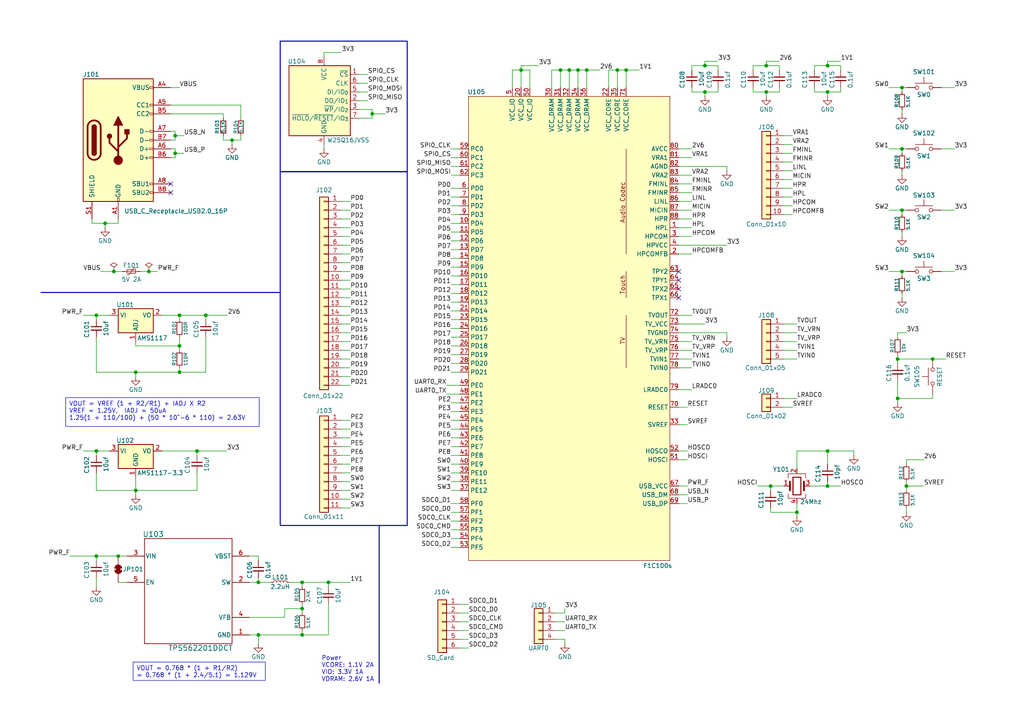
<source format=kicad_sch>
(kicad_sch (version 20250114) (generator "eeschema") (generator_version "9.0")
  (paper "A4")
  (title_block (title "DevBoard_F1C100s") (date "2025-06-19") (rev "1.0") (company "ssDhp"))
  (lib_symbols
    (symbol "Connector:USB_C_Receptacle_USB2.0_16P" (pin_names (offset 1.016))
      (property "Reference" "J" (at 0 22.225 0))
      (property "Value" "USB_C_Receptacle_USB2.0_16P" (at 0 19.685 0))
      (symbol "USB_C_Receptacle_USB2.0_16P_1_1"
        (pin passive line (at -7.62 -22.86 90) (length 5.08) (name "SHIELD") (number "S1"))
        (pin passive line (at 0 -22.86 90) (length 5.08) (name "GND") (number "A1"))
        (pin passive line (at 0 -22.86 90) (length 5.08) (hide yes) (name "GND") (number "A12"))
        (pin passive line (at 0 -22.86 90) (length 5.08) (hide yes) (name "GND") (number "B1"))
        (pin passive line (at 0 -22.86 90) (length 5.08) (hide yes) (name "GND") (number "B12"))
        (pin passive line (at 15.24 15.24 180) (length 5.08) (name "VBUS") (number "A4"))
        (pin passive line (at 15.24 15.24 180) (length 5.08) (hide yes) (name "VBUS") (number "A9"))
        (pin passive line (at 15.24 15.24 180) (length 5.08) (hide yes) (name "VBUS") (number "B4"))
        (pin passive line (at 15.24 15.24 180) (length 5.08) (hide yes) (name "VBUS") (number "B9"))
        (pin bidirectional line (at 15.24 10.16 180) (length 5.08) (name "CC1") (number "A5"))
        (pin bidirectional line (at 15.24 7.62 180) (length 5.08) (name "CC2") (number "B5"))
        (pin bidirectional line (at 15.24 2.54 180) (length 5.08) (name "D-") (number "A7"))
        (pin bidirectional line (at 15.24 0 180) (length 5.08) (name "D-") (number "B7"))
        (pin bidirectional line (at 15.24 -2.54 180) (length 5.08) (name "D+") (number "A6"))
        (pin bidirectional line (at 15.24 -5.08 180) (length 5.08) (name "D+") (number "B6"))
        (pin bidirectional line (at 15.24 -12.7 180) (length 5.08) (name "SBU1") (number "A8"))
        (pin bidirectional line (at 15.24 -15.24 180) (length 5.08) (name "SBU2") (number "B8"))
      )
    )
    (symbol "Connector_Generic:Conn_01x02" (pin_names (offset 1.016) (hide yes))
      (property "Reference" "J" (at 0 2.54 0))
      (property "Value" "Conn_01x02" (at 0 -5.08 0))
      (symbol "Conn_01x02_1_1"
        (pin passive line (at -5.08 0 0) (length 3.81) (name "Pin_1") (number "1"))
        (pin passive line (at -5.08 -2.54 0) (length 3.81) (name "Pin_2") (number "2"))
      )
    )
    (symbol "Connector_Generic:Conn_01x04" (pin_names (offset 1.016) (hide yes))
      (property "Reference" "J" (at 0 5.08 0))
      (property "Value" "Conn_01x04" (at 0 -7.62 0))
      (symbol "Conn_01x04_1_1"
        (pin passive line (at -5.08 2.54 0) (length 3.81) (name "Pin_1") (number "1"))
        (pin passive line (at -5.08 0 0) (length 3.81) (name "Pin_2") (number "2"))
        (pin passive line (at -5.08 -2.54 0) (length 3.81) (name "Pin_3") (number "3"))
        (pin passive line (at -5.08 -5.08 0) (length 3.81) (name "Pin_4") (number "4"))
      )
    )
    (symbol "Connector_Generic:Conn_01x05" (pin_names (offset 1.016) (hide yes))
      (property "Reference" "J" (at 0 7.62 0))
      (property "Value" "Conn_01x05" (at 0 -7.62 0))
      (symbol "Conn_01x05_1_1"
        (pin passive line (at -5.08 5.08 0) (length 3.81) (name "Pin_1") (number "1"))
        (pin passive line (at -5.08 2.54 0) (length 3.81) (name "Pin_2") (number "2"))
        (pin passive line (at -5.08 0 0) (length 3.81) (name "Pin_3") (number "3"))
        (pin passive line (at -5.08 -2.54 0) (length 3.81) (name "Pin_4") (number "4"))
        (pin passive line (at -5.08 -5.08 0) (length 3.81) (name "Pin_5") (number "5"))
      )
    )
    (symbol "Connector_Generic:Conn_01x06" (pin_names (offset 1.016) (hide yes))
      (property "Reference" "J" (at 0 7.62 0))
      (property "Value" "Conn_01x06" (at 0 -10.16 0))
      (symbol "Conn_01x06_1_1"
        (pin passive line (at -5.08 5.08 0) (length 3.81) (name "Pin_1") (number "1"))
        (pin passive line (at -5.08 2.54 0) (length 3.81) (name "Pin_2") (number "2"))
        (pin passive line (at -5.08 0 0) (length 3.81) (name "Pin_3") (number "3"))
        (pin passive line (at -5.08 -2.54 0) (length 3.81) (name "Pin_4") (number "4"))
        (pin passive line (at -5.08 -5.08 0) (length 3.81) (name "Pin_5") (number "5"))
        (pin passive line (at -5.08 -7.62 0) (length 3.81) (name "Pin_6") (number "6"))
      )
    )
    (symbol "Connector_Generic:Conn_01x10" (pin_names (offset 1.016) (hide yes))
      (property "Reference" "J" (at 0 12.7 0))
      (property "Value" "Conn_01x10" (at 0 -15.24 0))
      (symbol "Conn_01x10_1_1"
        (pin passive line (at -5.08 10.16 0) (length 3.81) (name "Pin_1") (number "1"))
        (pin passive line (at -5.08 7.62 0) (length 3.81) (name "Pin_2") (number "2"))
        (pin passive line (at -5.08 5.08 0) (length 3.81) (name "Pin_3") (number "3"))
        (pin passive line (at -5.08 2.54 0) (length 3.81) (name "Pin_4") (number "4"))
        (pin passive line (at -5.08 0 0) (length 3.81) (name "Pin_5") (number "5"))
        (pin passive line (at -5.08 -2.54 0) (length 3.81) (name "Pin_6") (number "6"))
        (pin passive line (at -5.08 -5.08 0) (length 3.81) (name "Pin_7") (number "7"))
        (pin passive line (at -5.08 -7.62 0) (length 3.81) (name "Pin_8") (number "8"))
        (pin passive line (at -5.08 -10.16 0) (length 3.81) (name "Pin_9") (number "9"))
        (pin passive line (at -5.08 -12.7 0) (length 3.81) (name "Pin_10") (number "10"))
      )
    )
    (symbol "Connector_Generic:Conn_01x11" (pin_names (offset 1.016) (hide yes))
      (property "Reference" "J" (at 0 15.24 0))
      (property "Value" "Conn_01x11" (at 0 -15.24 0))
      (symbol "Conn_01x11_1_1"
        (pin passive line (at -5.08 12.7 0) (length 3.81) (name "Pin_1") (number "1"))
        (pin passive line (at -5.08 10.16 0) (length 3.81) (name "Pin_2") (number "2"))
        (pin passive line (at -5.08 7.62 0) (length 3.81) (name "Pin_3") (number "3"))
        (pin passive line (at -5.08 5.08 0) (length 3.81) (name "Pin_4") (number "4"))
        (pin passive line (at -5.08 2.54 0) (length 3.81) (name "Pin_5") (number "5"))
        (pin passive line (at -5.08 0 0) (length 3.81) (name "Pin_6") (number "6"))
        (pin passive line (at -5.08 -2.54 0) (length 3.81) (name "Pin_7") (number "7"))
        (pin passive line (at -5.08 -5.08 0) (length 3.81) (name "Pin_8") (number "8"))
        (pin passive line (at -5.08 -7.62 0) (length 3.81) (name "Pin_9") (number "9"))
        (pin passive line (at -5.08 -10.16 0) (length 3.81) (name "Pin_10") (number "10"))
        (pin passive line (at -5.08 -12.7 0) (length 3.81) (name "Pin_11") (number "11"))
      )
    )
    (symbol "Connector_Generic:Conn_01x22" (pin_names (offset 1.016) (hide yes))
      (property "Reference" "J" (at 0 27.94 0))
      (property "Value" "Conn_01x22" (at 0 -30.48 0))
      (symbol "Conn_01x22_1_1"
        (pin passive line (at -5.08 25.4 0) (length 3.81) (name "Pin_1") (number "1"))
        (pin passive line (at -5.08 22.86 0) (length 3.81) (name "Pin_2") (number "2"))
        (pin passive line (at -5.08 20.32 0) (length 3.81) (name "Pin_3") (number "3"))
        (pin passive line (at -5.08 17.78 0) (length 3.81) (name "Pin_4") (number "4"))
        (pin passive line (at -5.08 15.24 0) (length 3.81) (name "Pin_5") (number "5"))
        (pin passive line (at -5.08 12.7 0) (length 3.81) (name "Pin_6") (number "6"))
        (pin passive line (at -5.08 10.16 0) (length 3.81) (name "Pin_7") (number "7"))
        (pin passive line (at -5.08 7.62 0) (length 3.81) (name "Pin_8") (number "8"))
        (pin passive line (at -5.08 5.08 0) (length 3.81) (name "Pin_9") (number "9"))
        (pin passive line (at -5.08 2.54 0) (length 3.81) (name "Pin_10") (number "10"))
        (pin passive line (at -5.08 0 0) (length 3.81) (name "Pin_11") (number "11"))
        (pin passive line (at -5.08 -2.54 0) (length 3.81) (name "Pin_12") (number "12"))
        (pin passive line (at -5.08 -5.08 0) (length 3.81) (name "Pin_13") (number "13"))
        (pin passive line (at -5.08 -7.62 0) (length 3.81) (name "Pin_14") (number "14"))
        (pin passive line (at -5.08 -10.16 0) (length 3.81) (name "Pin_15") (number "15"))
        (pin passive line (at -5.08 -12.7 0) (length 3.81) (name "Pin_16") (number "16"))
        (pin passive line (at -5.08 -15.24 0) (length 3.81) (name "Pin_17") (number "17"))
        (pin passive line (at -5.08 -17.78 0) (length 3.81) (name "Pin_18") (number "18"))
        (pin passive line (at -5.08 -20.32 0) (length 3.81) (name "Pin_19") (number "19"))
        (pin passive line (at -5.08 -22.86 0) (length 3.81) (name "Pin_20") (number "20"))
        (pin passive line (at -5.08 -25.4 0) (length 3.81) (name "Pin_21") (number "21"))
        (pin passive line (at -5.08 -27.94 0) (length 3.81) (name "Pin_22") (number "22"))
      )
    )
    (symbol "Device:C_Small" (pin_numbers (hide yes)) (pin_names (offset 0.254) (hide yes))
      (property "Reference" "C" (at 0.254 1.778 0))
      (property "Value" "C_Small" (at 0.254 -2.032 0))
      (symbol "C_Small_1_1"
        (pin passive line (at 0 2.54 270) (length 2.032) (name "~") (number "1"))
        (pin passive line (at 0 -2.54 90) (length 2.032) (name "~") (number "2"))
      )
    )
    (symbol "Device:Crystal_GND24" (pin_names (offset 1.016) (hide yes))
      (property "Reference" "Y" (at 3.175 5.08 0))
      (property "Value" "Crystal_GND24" (at 3.175 3.175 0))
      (symbol "Crystal_GND24_1_1"
        (pin passive line (at -3.81 0 0) (length 1.27) (name "1") (number "1"))
        (pin passive line (at 0 5.08 270) (length 1.27) (name "2") (number "2"))
        (pin passive line (at 0 -5.08 90) (length 1.27) (name "4") (number "4"))
        (pin passive line (at 3.81 0 180) (length 1.27) (name "3") (number "3"))
      )
    )
    (symbol "Device:L_Small" (pin_numbers (hide yes)) (pin_names (offset 0.254) (hide yes))
      (property "Reference" "L" (at 0.762 1.016 0))
      (property "Value" "L_Small" (at 0.762 -1.016 0))
      (symbol "L_Small_1_1"
        (pin passive line (at 0 2.54 270) (length 0.508) (name "~") (number "1"))
        (pin passive line (at 0 -2.54 90) (length 0.508) (name "~") (number "2"))
      )
    )
    (symbol "Device:Polyfuse_Small" (pin_numbers (hide yes)) (pin_names (offset 0))
      (property "Reference" "F" (at -1.905 0 90))
      (property "Value" "Polyfuse_Small" (at 1.905 0 90))
      (symbol "Polyfuse_Small_1_1"
        (pin passive line (at 0 2.54 270) (length 0.635) (name "~") (number "1"))
        (pin passive line (at 0 -2.54 90) (length 0.635) (name "~") (number "2"))
      )
    )
    (symbol "Device:R_Small" (pin_numbers (hide yes)) (pin_names (offset 0.254) (hide yes))
      (property "Reference" "R" (at 0 0 90))
      (property "Value" "R_Small" (at 1.778 0 90))
      (symbol "R_Small_1_1"
        (pin passive line (at 0 2.54 270) (length 0.762) (name "~") (number "1"))
        (pin passive line (at 0 -2.54 90) (length 0.762) (name "~") (number "2"))
      )
    )
    (symbol "F1C100s:F1C100s"
      (property "Reference" "U" (at 0.508 135.636 0))
      (property "Value" "F1C100s" (at 54.356 -1.27 0))
      (symbol "F1C100s_0_0"
        (pin bidirectional line (at -2.54 119.38 0) (length 2.54) (name "PC0") (number "59"))
        (pin bidirectional line (at -2.54 116.84 0) (length 2.54) (name "PC1") (number "60"))
        (pin bidirectional line (at -2.54 114.3 0) (length 2.54) (name "PC2") (number "61"))
        (pin bidirectional line (at -2.54 111.76 0) (length 2.54) (name "PC3") (number "62"))
      )
      (symbol "F1C100s_1_0"
        (pin unspecified line (at 60.96 96.52 180) (length 2.54) (name "HPL") (number "1"))
        (pin unspecified line (at 60.96 93.98 180) (length 2.54) (name "HPCOM") (number "3"))
        (pin power_in line (at 60.96 91.44 180) (length 2.54) (name "HPVCC") (number "4"))
        (pin unspecified line (at 60.96 88.9 180) (length 2.54) (name "HPCOMFB") (number "2"))
        (pin power_in line (at 60.96 21.59 180) (length 2.54) (name "USB_VCC") (number "67"))
        (pin unspecified line (at 60.96 19.05 180) (length 2.54) (name "USB_DM") (number "68"))
        (pin unspecified line (at 60.96 16.51 180) (length 2.54) (name "USB_DP") (number "69"))
      )
      (symbol "F1C100s_1_1"
        (text "Audio Codec" (at 44.704 103.886 900) (effects (font (size 1.27 1.27))))
        (text "Touch" (at 44.704 80.01 900) (effects (font (size 1.27 1.27))))
        (text "TV" (at 44.704 63.754 900) (effects (font (size 1.27 1.27))))
        (pin bidirectional line (at -2.54 107.95 0) (length 2.54) (name "PD0") (number "6"))
        (pin bidirectional line (at -2.54 105.41 0) (length 2.54) (name "PD1") (number "7"))
        (pin bidirectional line (at -2.54 102.87 0) (length 2.54) (name "PD2") (number "8"))
        (pin bidirectional line (at -2.54 100.33 0) (length 2.54) (name "PD3") (number "9"))
        (pin bidirectional line (at -2.54 97.79 0) (length 2.54) (name "PD4") (number "10"))
        (pin bidirectional line (at -2.54 95.25 0) (length 2.54) (name "PD5") (number "11"))
        (pin bidirectional line (at -2.54 92.71 0) (length 2.54) (name "PD6") (number "12"))
        (pin bidirectional line (at -2.54 90.17 0) (length 2.54) (name "PD7") (number "13"))
        (pin bidirectional line (at -2.54 87.63 0) (length 2.54) (name "PD8") (number "14"))
        (pin bidirectional line (at -2.54 85.09 0) (length 2.54) (name "PD9") (number "15"))
        (pin bidirectional line (at -2.54 82.55 0) (length 2.54) (name "PD10") (number "16"))
        (pin bidirectional line (at -2.54 80.01 0) (length 2.54) (name "PD11") (number "17"))
        (pin bidirectional line (at -2.54 77.47 0) (length 2.54) (name "PD12") (number "18"))
        (pin bidirectional line (at -2.54 74.93 0) (length 2.54) (name "PD13") (number "19"))
        (pin bidirectional line (at -2.54 72.39 0) (length 2.54) (name "PD14") (number "21"))
        (pin bidirectional line (at -2.54 69.85 0) (length 2.54) (name "PD15") (number "23"))
        (pin bidirectional line (at -2.54 67.31 0) (length 2.54) (name "PD16") (number "24"))
        (pin bidirectional line (at -2.54 64.77 0) (length 2.54) (name "PD17") (number "25"))
        (pin bidirectional line (at -2.54 62.23 0) (length 2.54) (name "PD18") (number "26"))
        (pin bidirectional line (at -2.54 59.69 0) (length 2.54) (name "PD19") (number "27"))
        (pin bidirectional line (at -2.54 57.15 0) (length 2.54) (name "PD20") (number "28"))
        (pin bidirectional line (at -2.54 54.61 0) (length 2.54) (name "PD21") (number "29"))
        (pin bidirectional line (at -2.54 50.8 0) (length 2.54) (name "PE0") (number "49"))
        (pin bidirectional line (at -2.54 48.26 0) (length 2.54) (name "PE1") (number "48"))
        (pin bidirectional line (at -2.54 45.72 0) (length 2.54) (name "PE2") (number "47"))
        (pin bidirectional line (at -2.54 43.18 0) (length 2.54) (name "PE3") (number "46"))
        (pin bidirectional line (at -2.54 40.64 0) (length 2.54) (name "PE4") (number "45"))
        (pin bidirectional line (at -2.54 38.1 0) (length 2.54) (name "PE5") (number "44"))
        (pin bidirectional line (at -2.54 35.56 0) (length 2.54) (name "PE6") (number "43"))
        (pin bidirectional line (at -2.54 33.02 0) (length 2.54) (name "PE7") (number "42"))
        (pin bidirectional line (at -2.54 30.48 0) (length 2.54) (name "PE8") (number "41"))
        (pin bidirectional line (at -2.54 27.94 0) (length 2.54) (name "PE9") (number "40"))
        (pin bidirectional line (at -2.54 25.4 0) (length 2.54) (name "PE10") (number "39"))
        (pin bidirectional line (at -2.54 22.86 0) (length 2.54) (name "PE11") (number "38"))
        (pin bidirectional line (at -2.54 20.32 0) (length 2.54) (name "PE12") (number "37"))
        (pin bidirectional line (at -2.54 16.51 0) (length 2.54) (name "PF0") (number "58"))
        (pin bidirectional line (at -2.54 13.97 0) (length 2.54) (name "PF1") (number "57"))
        (pin bidirectional line (at -2.54 11.43 0) (length 2.54) (name "PF2") (number "56"))
        (pin bidirectional line (at -2.54 8.89 0) (length 2.54) (name "PF3") (number "55"))
        (pin bidirectional line (at -2.54 6.35 0) (length 2.54) (name "PF4") (number "54"))
        (pin bidirectional line (at -2.54 3.81 0) (length 2.54) (name "PF5") (number "53"))
        (pin unspecified line (at 12.7 137.16 270) (length 2.54) (name "VCC_IO") (number "5"))
        (pin unspecified line (at 15.24 137.16 270) (length 2.54) (name "VCC_IO") (number "20"))
        (pin unspecified line (at 17.78 137.16 270) (length 2.54) (name "VCC_IO") (number "50"))
        (pin unspecified line (at 24.13 137.16 270) (length 2.54) (name "VCC_DRAM") (number "30"))
        (pin unspecified line (at 26.67 137.16 270) (length 2.54) (name "VCC_DRAM") (number "31"))
        (pin unspecified line (at 29.21 137.16 270) (length 2.54) (name "VCC_DRAM") (number "32"))
        (pin unspecified line (at 31.75 137.16 270) (length 2.54) (name "VCC_DRAM") (number "34"))
        (pin unspecified line (at 34.29 137.16 270) (length 2.54) (name "VCC_DRAM") (number "36"))
        (pin unspecified line (at 40.64 137.16 270) (length 2.54) (name "VCC_CORE") (number "22"))
        (pin unspecified line (at 43.18 137.16 270) (length 2.54) (name "VCC_CORE") (number "35"))
        (pin unspecified line (at 45.72 137.16 270) (length 2.54) (name "VCC_CORE") (number "71"))
        (pin power_in line (at 60.96 119.38 180) (length 2.54) (name "AVCC") (number "80"))
        (pin unspecified line (at 60.96 116.84 180) (length 2.54) (name "VRA1") (number "81"))
        (pin unspecified line (at 60.96 114.3 180) (length 2.54) (name "AGND") (number "82"))
        (pin unspecified line (at 60.96 111.76 180) (length 2.54) (name "VRA2") (number "83"))
        (pin unspecified line (at 60.96 109.22 180) (length 2.54) (name "FMINL") (number "84"))
        (pin unspecified line (at 60.96 106.68 180) (length 2.54) (name "FMINR") (number "85"))
        (pin unspecified line (at 60.96 104.14 180) (length 2.54) (name "LINL") (number "86"))
        (pin unspecified line (at 60.96 101.6 180) (length 2.54) (name "MICIN") (number "87"))
        (pin unspecified line (at 60.96 99.06 180) (length 2.54) (name "HPR") (number "88"))
        (pin unspecified line (at 60.96 83.82 180) (length 2.54) (name "TPY2") (number "63"))
        (pin unspecified line (at 60.96 81.28 180) (length 2.54) (name "TPY1") (number "64"))
        (pin unspecified line (at 60.96 78.74 180) (length 2.54) (name "TPX2") (number "65"))
        (pin unspecified line (at 60.96 76.2 180) (length 2.54) (name "TPX1") (number "66"))
        (pin unspecified line (at 60.96 71.12 180) (length 2.54) (name "TVOUT") (number "72"))
        (pin power_in line (at 60.96 68.58 180) (length 2.54) (name "TV_VCC") (number "73"))
        (pin power_in line (at 60.96 66.04 180) (length 2.54) (name "TVGND") (number "74"))
        (pin unspecified line (at 60.96 63.5 180) (length 2.54) (name "TV_VRN") (number "75"))
        (pin unspecified line (at 60.96 60.96 180) (length 2.54) (name "TV_VRP") (number "76"))
        (pin unspecified line (at 60.96 58.42 180) (length 2.54) (name "TVIN1") (number "77"))
        (pin unspecified line (at 60.96 55.88 180) (length 2.54) (name "TVIN0") (number "78"))
        (pin unspecified line (at 60.96 49.53 180) (length 2.54) (name "LRADC0") (number "79"))
        (pin unspecified line (at 60.96 44.45 180) (length 2.54) (name "RESET") (number "70"))
        (pin unspecified line (at 60.96 39.37 180) (length 2.54) (name "SVREF") (number "33"))
        (pin unspecified line (at 60.96 31.75 180) (length 2.54) (name "HOSCO") (number "52"))
        (pin unspecified line (at 60.96 29.21 180) (length 2.54) (name "HOSCI") (number "51"))
      )
    )
    (symbol "Jumper:SolderJumper_2_Bridged" (pin_numbers (hide yes)) (pin_names (offset 0) (hide yes)) (in_bom no)
      (property "Reference" "JP" (at 0 2.032 0))
      (property "Value" "SolderJumper_2_Bridged" (at 0 -2.54 0))
      (symbol "SolderJumper_2_Bridged_1_1"
        (pin passive line (at -3.81 0 0) (length 2.54) (name "A") (number "1"))
        (pin passive line (at 3.81 0 180) (length 2.54) (name "B") (number "2"))
      )
    )
    (symbol "Memory_Flash:W25Q16JVSS"
      (property "Reference" "U" (at -6.35 11.43 0))
      (property "Value" "W25Q16JVSS" (at 7.62 11.43 0))
      (symbol "W25Q16JVSS_1_1"
        (pin input line (at -10.16 7.62 0) (length 2.54) (name "~{CS}") (number "1"))
        (pin input line (at -10.16 5.08 0) (length 2.54) (name "CLK") (number "6"))
        (pin bidirectional line (at -10.16 2.54 0) (length 2.54) (name "DI/IO_{0}") (number "5"))
        (pin bidirectional line (at -10.16 0 0) (length 2.54) (name "DO/IO_{1}") (number "2"))
        (pin bidirectional line (at -10.16 -2.54 0) (length 2.54) (name "~{WP}/IO_{2}") (number "3"))
        (pin bidirectional line (at -10.16 -5.08 0) (length 2.54) (name "~{HOLD}/~{RESET}/IO_{3}") (number "7"))
        (pin power_in line (at 0 12.7 270) (length 2.54) (name "VCC") (number "8"))
        (pin power_in line (at 0 -12.7 90) (length 2.54) (name "GND") (number "4"))
      )
    )
    (symbol "Regulator_Linear:AMS1117"
      (property "Reference" "U" (at -3.81 3.175 0))
      (property "Value" "AMS1117" (at 0 3.175 0))
      (symbol "AMS1117_1_1"
        (pin power_in line (at -7.62 0 0) (length 2.54) (name "VI") (number "3"))
        (pin input line (at 0 -7.62 90) (length 2.54) (name "ADJ") (number "1"))
        (pin power_out line (at 7.62 0 180) (length 2.54) (name "VO") (number "2"))
      )
    )
    (symbol "Regulator_Linear:AMS1117-3.3"
      (property "Reference" "U" (at -3.81 3.175 0))
      (property "Value" "AMS1117-3.3" (at 0 3.175 0))
      (symbol "AMS1117-3.3_1_1"
        (pin power_in line (at -7.62 0 0) (length 2.54) (name "VI") (number "3"))
        (pin power_in line (at 0 -7.62 90) (length 2.54) (name "GND") (number "1"))
        (pin power_out line (at 7.62 0 180) (length 2.54) (name "VO") (number "2"))
      )
    )
    (symbol "Switch:SW_Push" (pin_numbers (hide yes)) (pin_names (offset 1.016) (hide yes))
      (property "Reference" "SW" (at 1.27 2.54 0))
      (property "Value" "SW_Push" (at 0 -1.524 0))
      (symbol "SW_Push_0_1"
        (pin passive line (at -5.08 0 0) (length 2.54) (name "1") (number "1"))
        (pin passive line (at 5.08 0 180) (length 2.54) (name "2") (number "2"))
      )
    )
    (symbol "TPS562201DDCT:TPS562201DDCT" (pin_names (offset 0.254))
      (property "Reference" "U" (at 0 2.54 0))
      (property "Value" "TPS562201DDCT" (at 0 0 0))
      (symbol "TPS562201DDCT_0_1"
        (pin power_in line (at -17.78 10.16 0) (length 5.08) (name "VIN") (number "3"))
        (pin input line (at -17.78 2.54 0) (length 5.08) (name "EN") (number "5"))
        (pin power_in line (at 17.78 10.16 180) (length 5.08) (name "VBST") (number "6"))
        (pin power_in line (at 17.78 2.54 180) (length 5.08) (name "SW") (number "2"))
        (pin input line (at 17.78 -7.62 180) (length 5.08) (name "VFB") (number "4"))
        (pin power_in line (at 17.78 -12.7 180) (length 5.08) (name "GND") (number "1"))
      )
    )
    (symbol "power:GND" (power) (pin_numbers (hide yes)) (pin_names (offset 0) (hide yes))
      (property "Value" "GND" (at 0 -3.81 0))
      (symbol "GND_1_1"
        (pin power_in line (at 0 0 270) (length 0) (name "~") (number "1"))
      )
    )
    (symbol "power:PWR_FLAG" (power) (pin_numbers (hide yes)) (pin_names (offset 0) (hide yes))
      (property "Value" "PWR_FLAG" (at 0 3.81 0))
      (symbol "PWR_FLAG_0_0"
        (pin power_out line (at 0 0 90) (length 0) (name "~") (number "1"))
      )
    )
  )
  (rectangle (start 81.28 49.784) (end 118.11 152.4) (stroke (width 0.3)))
  (rectangle (start 81.28 11.938) (end 118.11 49.784) (stroke (width 0.3)))
  (text "Power\nVCORE: 1.1V 2A\nVIO: 3.3V 1A\nVDRAM: 2.6V 1A" (at 93.218 194.056 0) (effects (font (size 1.27 1.27)) (justify left)))
  (text_box "VOUT = VREF (1 + R2/R1) + IADJ X R2\nVREF = 1.25V,  IADJ = 50uA\n1.25(1 + 110/100) + (50 * 10^-6 * 110) = 2.63V " (at 19.05 115.316 0) (size 56.134 8.382) (margins 0.9525 0.9525 0.9525 0.9525) (effects (font (size 1.27 1.27)) (justify left top)))
  (text_box "VOUT = 0.768 * (1 + R1/R2)\n= 0.768 * (1 + 2.4/5.1) = 1.129V" (at 38.608 192.024 0) (size 38.354 5.334) (margins 0.9525 0.9525 0.9525 0.9525) (effects (font (size 1.27 1.27)) (justify left top)))
  (junction (at 165.1 20.32))
  (junction (at 170.18 20.32))
  (junction (at 222.25 26.67))
  (junction (at 74.93 168.91))
  (junction (at 223.52 140.97))
  (junction (at 261.62 78.74))
  (junction (at 261.62 25.4))
  (junction (at 30.48 64.77))
  (junction (at 33.02 78.74))
  (junction (at 204.47 26.67))
  (junction (at 262.89 140.97))
  (junction (at 87.63 184.15))
  (junction (at 181.61 20.32))
  (junction (at 74.93 184.15))
  (junction (at 39.37 107.95))
  (junction (at 240.03 19.05))
  (junction (at 27.94 91.44))
  (junction (at 50.8 39.37))
  (junction (at 240.03 26.67))
  (junction (at 231.14 148.59))
  (junction (at 52.07 107.95))
  (junction (at 39.37 142.24))
  (junction (at 260.35 104.14))
  (junction (at 240.03 130.81))
  (junction (at 87.63 168.91))
  (junction (at 261.62 60.96))
  (junction (at 87.63 176.53))
  (junction (at 167.64 20.32))
  (junction (at 67.31 40.64))
  (junction (at 50.8 44.45))
  (junction (at 261.62 43.18))
  (junction (at 179.07 20.32))
  (junction (at 59.69 91.44))
  (junction (at 52.07 91.44))
  (junction (at 27.94 130.81))
  (junction (at 52.07 100.33))
  (junction (at 260.35 115.57))
  (junction (at 240.03 140.97))
  (junction (at 95.25 168.91))
  (junction (at 151.13 20.32))
  (junction (at 43.18 78.74))
  (junction (at 162.56 20.32))
  (junction (at 34.29 161.29))
  (junction (at 57.15 130.81))
  (junction (at 27.94 161.29))
  (junction (at 270.51 104.14))
  (junction (at 107.95 33.02))
  (junction (at 222.25 19.05))
  (junction (at 204.47 19.05))
  (no_connect (at 196.85 86.36))
  (no_connect (at 196.85 83.82))
  (no_connect (at 196.85 78.74))
  (no_connect (at 49.53 53.34))
  (no_connect (at 49.53 55.88))
  (no_connect (at 196.85 81.28))
  (wire (pts (xy 181.61 20.32) (xy 185.42 20.32)))
  (wire (pts (xy 243.84 26.67) (xy 240.03 26.67)))
  (wire (pts (xy 64.77 33.02) (xy 64.77 34.29)))
  (wire (pts (xy 196.85 143.51) (xy 199.39 143.51)))
  (wire (pts (xy 52.07 91.44) (xy 52.07 92.71)))
  (wire (pts (xy 200.66 101.6) (xy 196.85 101.6)))
  (wire (pts (xy 196.85 48.26) (xy 210.82 48.26)))
  (wire (pts (xy 130.81 116.84) (xy 133.35 116.84)))
  (wire (pts (xy 261.62 31.75) (xy 261.62 33.02)))
  (wire (pts (xy 93.98 15.24) (xy 99.06 15.24)))
  (wire (pts (xy 210.82 96.52) (xy 210.82 97.79)))
  (wire (pts (xy 196.85 93.98) (xy 204.47 93.98)))
  (wire (pts (xy 130.81 74.93) (xy 133.35 74.93)))
  (wire (pts (xy 27.94 130.81) (xy 27.94 132.08)))
  (wire (pts (xy 101.6 73.66) (xy 99.06 73.66)))
  (wire (pts (xy 210.82 48.26) (xy 210.82 49.53)))
  (wire (pts (xy 130.81 156.21) (xy 133.35 156.21)))
  (wire (pts (xy 133.35 45.72) (xy 130.81 45.72)))
  (wire (pts (xy 49.53 40.64) (xy 50.8 40.64)))
  (wire (pts (xy 69.85 30.48) (xy 69.85 34.29)))
  (wire (pts (xy 231.14 146.05) (xy 231.14 148.59)))
  (wire (pts (xy 223.52 147.32) (xy 223.52 148.59)))
  (wire (pts (xy 227.33 57.15) (xy 229.87 57.15)))
  (wire (pts (xy 101.6 88.9) (xy 99.06 88.9)))
  (wire (pts (xy 257.81 43.18) (xy 261.62 43.18)))
  (wire (pts (xy 223.52 148.59) (xy 231.14 148.59)))
  (wire (pts (xy 208.28 19.05) (xy 204.47 19.05)))
  (wire (pts (xy 24.13 130.81) (xy 27.94 130.81)))
  (wire (pts (xy 234.95 140.97) (xy 240.03 140.97)))
  (wire (pts (xy 46.99 130.81) (xy 57.15 130.81)))
  (wire (pts (xy 57.15 137.16) (xy 57.15 142.24)))
  (wire (pts (xy 130.81 139.7) (xy 133.35 139.7)))
  (wire (pts (xy 39.37 138.43) (xy 39.37 142.24)))
  (wire (pts (xy 162.56 20.32) (xy 165.1 20.32)))
  (wire (pts (xy 270.51 104.14) (xy 260.35 104.14)))
  (wire (pts (xy 104.14 34.29) (xy 107.95 34.29)))
  (wire (pts (xy 231.14 99.06) (xy 227.33 99.06)))
  (wire (pts (xy 101.6 124.46) (xy 99.06 124.46)))
  (wire (pts (xy 196.85 96.52) (xy 210.82 96.52)))
  (wire (pts (xy 200.66 106.68) (xy 196.85 106.68)))
  (wire (pts (xy 273.05 43.18) (xy 276.86 43.18)))
  (wire (pts (xy 200.66 58.42) (xy 196.85 58.42)))
  (wire (pts (xy 167.64 20.32) (xy 167.64 25.4)))
  (wire (pts (xy 199.39 133.35) (xy 196.85 133.35)))
  (wire (pts (xy 243.84 19.05) (xy 240.03 19.05)))
  (wire (pts (xy 170.18 20.32) (xy 173.99 20.32)))
  (wire (pts (xy 50.8 39.37) (xy 50.8 38.1)))
  (wire (pts (xy 226.06 19.05) (xy 226.06 20.32)))
  (wire (pts (xy 93.98 15.24) (xy 93.98 16.51)))
  (wire (pts (xy 101.6 66.04) (xy 99.06 66.04)))
  (wire (pts (xy 222.25 17.78) (xy 226.06 17.78)))
  (wire (pts (xy 39.37 143.51) (xy 39.37 142.24)))
  (wire (pts (xy 52.07 91.44) (xy 59.69 91.44)))
  (wire (pts (xy 273.05 25.4) (xy 276.86 25.4)))
  (wire (pts (xy 101.6 81.28) (xy 99.06 81.28)))
  (wire (pts (xy 40.64 78.74) (xy 43.18 78.74)))
  (wire (pts (xy 165.1 20.32) (xy 167.64 20.32)))
  (wire (pts (xy 50.8 44.45) (xy 53.34 44.45)))
  (wire (pts (xy 82.55 176.53) (xy 87.63 176.53)))
  (wire (pts (xy 231.14 96.52) (xy 227.33 96.52)))
  (wire (pts (xy 130.81 137.16) (xy 133.35 137.16)))
  (wire (pts (xy 231.14 115.57) (xy 227.33 115.57)))
  (wire (pts (xy 227.33 46.99) (xy 229.87 46.99)))
  (wire (pts (xy 64.77 40.64) (xy 67.31 40.64)))
  (wire (pts (xy 261.62 44.45) (xy 261.62 43.18)))
  (wire (pts (xy 130.81 57.15) (xy 133.35 57.15)))
  (wire (pts (xy 93.98 41.91) (xy 93.98 43.18)))
  (wire (pts (xy 101.6 71.12) (xy 99.06 71.12)))
  (wire (pts (xy 236.22 19.05) (xy 240.03 19.05)))
  (wire (pts (xy 130.81 102.87) (xy 133.35 102.87)))
  (wire (pts (xy 260.35 110.49) (xy 260.35 115.57)))
  (wire (pts (xy 33.02 78.74) (xy 35.56 78.74)))
  (wire (pts (xy 261.62 62.23) (xy 261.62 60.96)))
  (wire (pts (xy 200.66 68.58) (xy 196.85 68.58)))
  (wire (pts (xy 59.69 91.44) (xy 66.04 91.44)))
  (wire (pts (xy 49.53 43.18) (xy 50.8 43.18)))
  (wire (pts (xy 39.37 109.22) (xy 39.37 107.95)))
  (wire (pts (xy 130.81 151.13) (xy 133.35 151.13)))
  (wire (pts (xy 129.54 114.3) (xy 133.35 114.3)))
  (wire (pts (xy 260.35 115.57) (xy 260.35 116.84)))
  (wire (pts (xy 27.94 107.95) (xy 39.37 107.95)))
  (wire (pts (xy 240.03 17.78) (xy 240.03 19.05)))
  (wire (pts (xy 101.6 93.98) (xy 99.06 93.98)))
  (wire (pts (xy 29.21 78.74) (xy 33.02 78.74)))
  (wire (pts (xy 101.6 83.82) (xy 99.06 83.82)))
  (wire (pts (xy 261.62 67.31) (xy 261.62 68.58)))
  (wire (pts (xy 87.63 168.91) (xy 95.25 168.91)))
  (wire (pts (xy 83.82 168.91) (xy 87.63 168.91)))
  (wire (pts (xy 261.62 85.09) (xy 261.62 86.36)))
  (wire (pts (xy 72.39 179.07) (xy 82.55 179.07)))
  (wire (pts (xy 231.14 135.89) (xy 231.14 130.81)))
  (wire (pts (xy 57.15 130.81) (xy 65.786 130.81)))
  (wire (pts (xy 101.6 137.16) (xy 99.06 137.16)))
  (wire (pts (xy 27.94 167.64) (xy 27.94 170.18)))
  (wire (pts (xy 227.33 54.61) (xy 229.87 54.61)))
  (wire (pts (xy 130.81 69.85) (xy 133.35 69.85)))
  (wire (pts (xy 27.94 91.44) (xy 27.94 92.71)))
  (wire (pts (xy 101.6 111.76) (xy 99.06 111.76)))
  (wire (pts (xy 107.95 33.02) (xy 111.76 33.02)))
  (wire (pts (xy 101.6 76.2) (xy 99.06 76.2)))
  (wire (pts (xy 260.35 115.57) (xy 270.51 115.57)))
  (wire (pts (xy 243.84 25.4) (xy 243.84 26.67)))
  (wire (pts (xy 39.37 107.95) (xy 52.07 107.95)))
  (wire (pts (xy 231.14 130.81) (xy 240.03 130.81)))
  (wire (pts (xy 151.13 20.32) (xy 153.67 20.32)))
  (wire (pts (xy 101.6 78.74) (xy 99.06 78.74)))
  (wire (pts (xy 240.03 139.7) (xy 240.03 140.97)))
  (wire (pts (xy 200.66 55.88) (xy 196.85 55.88)))
  (wire (pts (xy 39.37 99.06) (xy 39.37 100.33)))
  (wire (pts (xy 176.53 25.4) (xy 176.53 20.32)))
  (wire (pts (xy 227.33 41.91) (xy 229.87 41.91)))
  (wire (pts (xy 200.66 45.72) (xy 196.85 45.72)))
  (wire (pts (xy 247.65 130.81) (xy 247.65 132.08)))
  (wire (pts (xy 200.66 104.14) (xy 196.85 104.14)))
  (wire (pts (xy 167.64 20.32) (xy 170.18 20.32)))
  (wire (pts (xy 200.66 60.96) (xy 196.85 60.96)))
  (wire (pts (xy 52.07 100.33) (xy 52.07 101.6)))
  (wire (pts (xy 101.6 99.06) (xy 99.06 99.06)))
  (wire (pts (xy 27.94 137.16) (xy 27.94 142.24)))
  (wire (pts (xy 101.6 144.78) (xy 99.06 144.78)))
  (wire (pts (xy 223.52 140.97) (xy 227.33 140.97)))
  (wire (pts (xy 229.87 118.11) (xy 227.33 118.11)))
  (wire (pts (xy 27.94 91.44) (xy 31.75 91.44)))
  (wire (pts (xy 262.89 133.35) (xy 267.97 133.35)))
  (wire (pts (xy 262.89 134.62) (xy 262.89 133.35)))
  (wire (pts (xy 130.81 142.24) (xy 133.35 142.24)))
  (wire (pts (xy 262.89 139.7) (xy 262.89 140.97)))
  (wire (pts (xy 200.66 53.34) (xy 196.85 53.34)))
  (wire (pts (xy 199.39 118.11) (xy 196.85 118.11)))
  (wire (pts (xy 130.81 72.39) (xy 133.35 72.39)))
  (wire (pts (xy 59.69 97.79) (xy 59.69 107.95)))
  (wire (pts (xy 226.06 19.05) (xy 222.25 19.05)))
  (wire (pts (xy 34.29 161.29) (xy 36.83 161.29)))
  (wire (pts (xy 101.6 96.52) (xy 99.06 96.52)))
  (wire (pts (xy 52.07 97.79) (xy 52.07 100.33)))
  (wire (pts (xy 199.39 123.19) (xy 196.85 123.19)))
  (wire (pts (xy 130.81 121.92) (xy 133.35 121.92)))
  (wire (pts (xy 130.81 80.01) (xy 133.35 80.01)))
  (wire (pts (xy 52.07 106.68) (xy 52.07 107.95)))
  (wire (pts (xy 226.06 26.67) (xy 222.25 26.67)))
  (wire (pts (xy 104.14 24.13) (xy 106.68 24.13)))
  (wire (pts (xy 257.81 60.96) (xy 261.62 60.96)))
  (wire (pts (xy 130.81 132.08) (xy 133.35 132.08)))
  (wire (pts (xy 104.14 26.67) (xy 106.68 26.67)))
  (wire (pts (xy 218.44 19.05) (xy 222.25 19.05)))
  (wire (pts (xy 199.39 130.81) (xy 196.85 130.81)))
  (wire (pts (xy 170.18 20.32) (xy 170.18 25.4)))
  (wire (pts (xy 130.81 59.69) (xy 133.35 59.69)))
  (wire (pts (xy 27.94 161.29) (xy 27.94 162.56)))
  (wire (pts (xy 200.66 25.4) (xy 200.66 26.67)))
  (wire (pts (xy 130.81 153.67) (xy 133.35 153.67)))
  (wire (pts (xy 274.32 104.14) (xy 270.51 104.14)))
  (wire (pts (xy 87.63 176.53) (xy 87.63 177.8)))
  (wire (pts (xy 135.89 177.8) (xy 133.35 177.8)))
  (wire (pts (xy 262.89 140.97) (xy 267.97 140.97)))
  (wire (pts (xy 74.93 184.15) (xy 87.63 184.15)))
  (wire (pts (xy 107.95 31.75) (xy 104.14 31.75)))
  (wire (pts (xy 101.6 91.44) (xy 99.06 91.44)))
  (wire (pts (xy 52.07 107.95) (xy 59.69 107.95)))
  (wire (pts (xy 148.59 25.4) (xy 148.59 20.32)))
  (wire (pts (xy 130.81 129.54) (xy 133.35 129.54)))
  (wire (pts (xy 30.48 64.77) (xy 30.48 66.04)))
  (wire (pts (xy 130.81 127) (xy 133.35 127)))
  (wire (pts (xy 130.81 62.23) (xy 133.35 62.23)))
  (wire (pts (xy 236.22 26.67) (xy 240.03 26.67)))
  (wire (pts (xy 165.1 20.32) (xy 165.1 25.4)))
  (wire (pts (xy 161.29 177.8) (xy 163.83 177.8)))
  (wire (pts (xy 200.66 99.06) (xy 196.85 99.06)))
  (polyline (pts (xy 11.938 84.836) (xy 81.28 84.836)) (stroke (width 0.3) (type solid)))
  (wire (pts (xy 30.48 64.77) (xy 34.29 64.77)))
  (wire (pts (xy 101.6 60.96) (xy 99.06 60.96)))
  (wire (pts (xy 130.81 158.75) (xy 133.35 158.75)))
  (wire (pts (xy 74.93 168.91) (xy 78.74 168.91)))
  (wire (pts (xy 27.94 130.81) (xy 31.75 130.81)))
  (wire (pts (xy 160.02 20.32) (xy 162.56 20.32)))
  (wire (pts (xy 67.31 40.64) (xy 69.85 40.64)))
  (wire (pts (xy 101.6 86.36) (xy 99.06 86.36)))
  (wire (pts (xy 227.33 62.23) (xy 229.87 62.23)))
  (wire (pts (xy 196.85 140.97) (xy 199.39 140.97)))
  (wire (pts (xy 262.89 147.32) (xy 262.89 148.59)))
  (wire (pts (xy 130.81 64.77) (xy 133.35 64.77)))
  (wire (pts (xy 27.94 142.24) (xy 39.37 142.24)))
  (wire (pts (xy 204.47 17.78) (xy 208.28 17.78)))
  (wire (pts (xy 261.62 26.67) (xy 261.62 25.4)))
  (wire (pts (xy 130.81 67.31) (xy 133.35 67.31)))
  (wire (pts (xy 50.8 38.1) (xy 49.53 38.1)))
  (wire (pts (xy 179.07 20.32) (xy 181.61 20.32)))
  (wire (pts (xy 243.84 19.05) (xy 243.84 20.32)))
  (wire (pts (xy 130.81 87.63) (xy 133.35 87.63)))
  (wire (pts (xy 196.85 43.18) (xy 200.66 43.18)))
  (wire (pts (xy 151.13 19.05) (xy 156.21 19.05)))
  (wire (pts (xy 26.67 64.77) (xy 26.67 63.5)))
  (wire (pts (xy 270.51 114.3) (xy 270.51 115.57)))
  (wire (pts (xy 101.6 127) (xy 99.06 127)))
  (wire (pts (xy 87.63 182.88) (xy 87.63 184.15)))
  (wire (pts (xy 160.02 25.4) (xy 160.02 20.32)))
  (wire (pts (xy 260.35 102.87) (xy 260.35 104.14)))
  (wire (pts (xy 101.6 68.58) (xy 99.06 68.58)))
  (wire (pts (xy 95.25 168.91) (xy 95.25 170.18)))
  (wire (pts (xy 200.66 113.03) (xy 196.85 113.03)))
  (wire (pts (xy 262.89 140.97) (xy 262.89 142.24)))
  (wire (pts (xy 50.8 39.37) (xy 53.34 39.37)))
  (wire (pts (xy 240.03 130.81) (xy 247.65 130.81)))
  (wire (pts (xy 43.18 78.74) (xy 45.72 78.74)))
  (wire (pts (xy 130.81 107.95) (xy 133.35 107.95)))
  (wire (pts (xy 27.94 161.29) (xy 34.29 161.29)))
  (wire (pts (xy 50.8 44.45) (xy 50.8 45.72)))
  (wire (pts (xy 49.53 25.4) (xy 52.07 25.4)))
  (wire (pts (xy 104.14 21.59) (xy 106.68 21.59)))
  (wire (pts (xy 87.63 184.15) (xy 95.25 184.15)))
  (wire (pts (xy 50.8 40.64) (xy 50.8 39.37)))
  (wire (pts (xy 130.81 148.59) (xy 133.35 148.59)))
  (wire (pts (xy 261.62 78.74) (xy 262.89 78.74)))
  (wire (pts (xy 135.89 185.42) (xy 133.35 185.42)))
  (wire (pts (xy 231.14 104.14) (xy 227.33 104.14)))
  (wire (pts (xy 179.07 20.32) (xy 179.07 25.4)))
  (wire (pts (xy 95.25 168.91) (xy 101.6 168.91)))
  (wire (pts (xy 208.28 19.05) (xy 208.28 20.32)))
  (wire (pts (xy 260.35 96.52) (xy 262.89 96.52)))
  (wire (pts (xy 49.53 30.48) (xy 69.85 30.48)))
  (wire (pts (xy 163.83 176.53) (xy 163.83 177.8)))
  (wire (pts (xy 208.28 26.67) (xy 204.47 26.67)))
  (wire (pts (xy 69.85 40.64) (xy 69.85 39.37)))
  (wire (pts (xy 200.66 19.05) (xy 204.47 19.05)))
  (wire (pts (xy 101.6 109.22) (xy 99.06 109.22)))
  (wire (pts (xy 133.35 48.26) (xy 130.81 48.26)))
  (wire (pts (xy 273.05 60.96) (xy 276.86 60.96)))
  (wire (pts (xy 130.81 124.46) (xy 133.35 124.46)))
  (wire (pts (xy 176.53 20.32) (xy 179.07 20.32)))
  (wire (pts (xy 130.81 105.41) (xy 133.35 105.41)))
  (wire (pts (xy 200.66 73.66) (xy 196.85 73.66)))
  (wire (pts (xy 130.81 54.61) (xy 133.35 54.61)))
  (wire (pts (xy 257.81 78.74) (xy 261.62 78.74)))
  (wire (pts (xy 200.66 66.04) (xy 196.85 66.04)))
  (wire (pts (xy 72.39 184.15) (xy 74.93 184.15)))
  (wire (pts (xy 74.93 184.15) (xy 74.93 186.69)))
  (wire (pts (xy 67.31 40.64) (xy 67.31 41.91)))
  (wire (pts (xy 151.13 20.32) (xy 151.13 25.4)))
  (wire (pts (xy 82.55 179.07) (xy 82.55 176.53)))
  (wire (pts (xy 130.81 95.25) (xy 133.35 95.25)))
  (wire (pts (xy 196.85 146.05) (xy 199.39 146.05)))
  (wire (pts (xy 130.81 85.09) (xy 133.35 85.09)))
  (wire (pts (xy 129.54 111.76) (xy 133.35 111.76)))
  (wire (pts (xy 261.62 25.4) (xy 262.89 25.4)))
  (wire (pts (xy 227.33 52.07) (xy 229.87 52.07)))
  (wire (pts (xy 200.66 20.32) (xy 200.66 19.05)))
  (wire (pts (xy 135.89 187.96) (xy 133.35 187.96)))
  (wire (pts (xy 26.67 64.77) (xy 30.48 64.77)))
  (wire (pts (xy 163.83 182.88) (xy 161.29 182.88)))
  (wire (pts (xy 133.35 50.8) (xy 130.81 50.8)))
  (wire (pts (xy 74.93 167.64) (xy 74.93 168.91)))
  (wire (pts (xy 222.25 26.67) (xy 222.25 27.94)))
  (wire (pts (xy 227.33 44.45) (xy 229.87 44.45)))
  (wire (pts (xy 133.35 43.18) (xy 130.81 43.18)))
  (wire (pts (xy 87.63 168.91) (xy 87.63 170.18)))
  (wire (pts (xy 204.47 26.67) (xy 204.47 27.94)))
  (wire (pts (xy 101.6 134.62) (xy 99.06 134.62)))
  (wire (pts (xy 196.85 71.12) (xy 210.82 71.12)))
  (wire (pts (xy 162.56 25.4) (xy 162.56 20.32)))
  (wire (pts (xy 236.22 20.32) (xy 236.22 19.05)))
  (wire (pts (xy 227.33 49.53) (xy 229.87 49.53)))
  (wire (pts (xy 222.25 17.78) (xy 222.25 19.05)))
  (wire (pts (xy 39.37 100.33) (xy 52.07 100.33)))
  (wire (pts (xy 208.28 25.4) (xy 208.28 26.67)))
  (wire (pts (xy 218.44 20.32) (xy 218.44 19.05)))
  (wire (pts (xy 101.6 132.08) (xy 99.06 132.08)))
  (wire (pts (xy 240.03 17.78) (xy 243.84 17.78)))
  (wire (pts (xy 257.81 25.4) (xy 261.62 25.4)))
  (wire (pts (xy 231.14 148.59) (xy 231.14 149.86)))
  (wire (pts (xy 104.14 29.21) (xy 106.68 29.21)))
  (wire (pts (xy 95.25 175.26) (xy 95.25 184.15)))
  (wire (pts (xy 74.93 161.29) (xy 74.93 162.56)))
  (wire (pts (xy 223.52 140.97) (xy 223.52 142.24)))
  (wire (pts (xy 231.14 101.6) (xy 227.33 101.6)))
  (wire (pts (xy 101.6 129.54) (xy 99.06 129.54)))
  (wire (pts (xy 227.33 39.37) (xy 229.87 39.37)))
  (wire (pts (xy 107.95 33.02) (xy 107.95 31.75)))
  (wire (pts (xy 101.6 63.5) (xy 99.06 63.5)))
  (wire (pts (xy 240.03 130.81) (xy 240.03 134.62)))
  (wire (pts (xy 200.66 91.44) (xy 196.85 91.44)))
  (wire (pts (xy 260.35 104.14) (xy 260.35 105.41)))
  (wire (pts (xy 204.47 17.78) (xy 204.47 19.05)))
  (wire (pts (xy 200.66 26.67) (xy 204.47 26.67)))
  (wire (pts (xy 101.6 121.92) (xy 99.06 121.92)))
  (wire (pts (xy 130.81 90.17) (xy 133.35 90.17)))
  (wire (pts (xy 101.6 101.6) (xy 99.06 101.6)))
  (wire (pts (xy 261.62 49.53) (xy 261.62 50.8)))
  (wire (pts (xy 135.89 182.88) (xy 133.35 182.88)))
  (wire (pts (xy 20.32 161.29) (xy 27.94 161.29)))
  (polyline (pts (xy 109.982 152.4) (xy 109.982 198.12)) (stroke (width 0.3) (type solid)))
  (wire (pts (xy 59.69 91.44) (xy 59.69 92.71)))
  (wire (pts (xy 57.15 130.81) (xy 57.15 132.08)))
  (wire (pts (xy 135.89 175.26) (xy 133.35 175.26)))
  (wire (pts (xy 153.67 20.32) (xy 153.67 25.4)))
  (wire (pts (xy 130.81 119.38) (xy 133.35 119.38)))
  (wire (pts (xy 227.33 59.69) (xy 229.87 59.69)))
  (wire (pts (xy 273.05 78.74) (xy 276.86 78.74)))
  (wire (pts (xy 151.13 20.32) (xy 151.13 19.05)))
  (wire (pts (xy 148.59 20.32) (xy 151.13 20.32)))
  (wire (pts (xy 231.14 93.98) (xy 227.33 93.98)))
  (wire (pts (xy 34.29 64.77) (xy 34.29 63.5)))
  (wire (pts (xy 46.99 91.44) (xy 52.07 91.44)))
  (wire (pts (xy 130.81 134.62) (xy 133.35 134.62)))
  (wire (pts (xy 27.94 97.79) (xy 27.94 107.95)))
  (wire (pts (xy 101.6 142.24) (xy 99.06 142.24)))
  (wire (pts (xy 163.83 180.34) (xy 161.29 180.34)))
  (wire (pts (xy 24.13 91.44) (xy 27.94 91.44)))
  (wire (pts (xy 39.37 142.24) (xy 57.15 142.24)))
  (wire (pts (xy 64.77 39.37) (xy 64.77 40.64)))
  (wire (pts (xy 101.6 147.32) (xy 99.06 147.32)))
  (wire (pts (xy 135.89 180.34) (xy 133.35 180.34)))
  (wire (pts (xy 130.81 146.05) (xy 133.35 146.05)))
  (wire (pts (xy 87.63 176.53) (xy 87.63 175.26)))
  (wire (pts (xy 130.81 100.33) (xy 133.35 100.33)))
  (wire (pts (xy 181.61 20.32) (xy 181.61 25.4)))
  (wire (pts (xy 34.29 168.91) (xy 36.83 168.91)))
  (wire (pts (xy 107.95 34.29) (xy 107.95 33.02)))
  (wire (pts (xy 218.44 25.4) (xy 218.44 26.67)))
  (wire (pts (xy 50.8 43.18) (xy 50.8 44.45)))
  (wire (pts (xy 218.44 26.67) (xy 222.25 26.67)))
  (wire (pts (xy 240.03 140.97) (xy 243.84 140.97)))
  (wire (pts (xy 261.62 43.18) (xy 262.89 43.18)))
  (wire (pts (xy 130.81 82.55) (xy 133.35 82.55)))
  (wire (pts (xy 200.66 63.5) (xy 196.85 63.5)))
  (wire (pts (xy 163.83 185.42) (xy 163.83 186.69)))
  (wire (pts (xy 130.81 77.47) (xy 133.35 77.47)))
  (wire (pts (xy 261.62 60.96) (xy 262.89 60.96)))
  (wire (pts (xy 101.6 106.68) (xy 99.06 106.68)))
  (wire (pts (xy 49.53 33.02) (xy 64.77 33.02)))
  (wire (pts (xy 240.03 26.67) (xy 240.03 27.94)))
  (wire (pts (xy 261.62 80.01) (xy 261.62 78.74)))
  (wire (pts (xy 101.6 104.14) (xy 99.06 104.14)))
  (wire (pts (xy 72.39 161.29) (xy 74.93 161.29)))
  (wire (pts (xy 130.81 97.79) (xy 133.35 97.79)))
  (wire (pts (xy 200.66 50.8) (xy 196.85 50.8)))
  (wire (pts (xy 226.06 25.4) (xy 226.06 26.67)))
  (wire (pts (xy 101.6 58.42) (xy 99.06 58.42)))
  (wire (pts (xy 161.29 185.42) (xy 163.83 185.42)))
  (wire (pts (xy 101.6 139.7) (xy 99.06 139.7)))
  (wire (pts (xy 260.35 96.52) (xy 260.35 97.79)))
  (wire (pts (xy 130.81 92.71) (xy 133.35 92.71)))
  (wire (pts (xy 74.93 168.91) (xy 72.39 168.91)))
  (wire (pts (xy 219.71 140.97) (xy 223.52 140.97)))
  (wire (pts (xy 236.22 25.4) (xy 236.22 26.67)))
  (wire (pts (xy 50.8 45.72) (xy 49.53 45.72)))
  (label "LINL" (at 200.66 58.42 0))
  (label "RESET" (at 199.39 118.11 0))
  (label "HOSCI" (at 199.39 133.35 0))
  (label "PD5" (at 101.6 71.12 0))
  (label "PD2" (at 130.81 59.69 180))
  (label "SDC0_D3" (at 130.81 156.21 180))
  (label "SW1" (at 257.81 43.18 180))
  (label "PD8" (at 101.6 78.74 0))
  (label "PD19" (at 101.6 106.68 0))
  (label "RESET" (at 274.32 104.14 0))
  (label "PD10" (at 130.81 80.01 180))
  (label "SW2" (at 130.81 139.7 180))
  (label "PE4" (at 101.6 127 0))
  (label "HPL" (at 200.66 66.04 0))
  (label "FMINR" (at 200.66 55.88 0))
  (label "SPI0_MOSI" (at 106.68 26.67 0))
  (label "HPCOMFB" (at 229.87 62.23 0))
  (label "SDC0_CMD" (at 135.89 182.88 0))
  (label "3V3" (at 276.86 43.18 0))
  (label "SW0" (at 130.81 134.62 180))
  (label "PE4" (at 130.81 121.92 180))
  (label "PD18" (at 101.6 104.14 0))
  (label "SVREF" (at 199.39 123.19 0))
  (label "PWR_F" (at 20.32 161.29 180))
  (label "PD18" (at 130.81 100.33 180))
  (label "TVIN1" (at 200.66 104.14 0))
  (label "SDC0_D0" (at 135.89 177.8 0))
  (label "PD4" (at 130.81 64.77 180))
  (label "SPI0_MOSI" (at 130.81 50.8 180))
  (label "TVIN0" (at 231.14 104.14 0))
  (label "SDC0_D0" (at 130.81 148.59 180))
  (label "HPCOM" (at 229.87 59.69 0))
  (label "FMINR" (at 229.87 46.99 0))
  (label "3V3" (at 276.86 78.74 0))
  (label "SDC0_CMD" (at 130.81 153.67 180))
  (label "SW2" (at 101.6 144.78 0))
  (label "VRA2" (at 229.87 41.91 0))
  (label "PD12" (at 130.81 85.09 180))
  (label "PD3" (at 101.6 66.04 0))
  (label "1V1" (at 243.84 17.78 0))
  (label "PD6" (at 101.6 73.66 0))
  (label "3V3" (at 156.21 19.05 0))
  (label "PD13" (at 130.81 87.63 180))
  (label "PD1" (at 101.6 60.96 0))
  (label "LRADC0" (at 231.14 115.57 0))
  (label "SW3" (at 101.6 147.32 0))
  (label "3V3" (at 65.786 130.81 0))
  (label "SW3" (at 130.81 142.24 180))
  (label "3V3" (at 208.28 17.78 0))
  (label "PWR_F" (at 199.39 140.97 0))
  (label "SPI0_CS" (at 106.68 21.59 0))
  (label "SVREF" (at 267.97 140.97 0))
  (label "PD5" (at 130.81 67.31 180))
  (label "2V6" (at 66.04 91.44 0))
  (label "PE7" (at 101.6 134.62 0))
  (label "SDC0_CLK" (at 130.81 151.13 180))
  (label "PE8" (at 130.81 132.08 180))
  (label "SW0" (at 101.6 139.7 0))
  (label "VBUS" (at 52.07 25.4 0))
  (label "PD14" (at 101.6 93.98 0))
  (label "PWR_F" (at 24.13 130.81 180))
  (label "PD20" (at 130.81 105.41 180))
  (label "SPI0_CLK" (at 106.68 24.13 0))
  (label "2V6" (at 173.99 20.32 0))
  (label "PD16" (at 130.81 95.25 180))
  (label "SW1" (at 130.81 137.16 180))
  (label "VRA2" (at 200.66 50.8 0))
  (label "TV_VRP" (at 200.66 101.6 0))
  (label "PD4" (at 101.6 68.58 0))
  (label "UART0_TX" (at 129.54 114.3 180))
  (label "SDC0_D1" (at 135.89 175.26 0))
  (label "3V3" (at 99.06 15.24 0))
  (label "PD20" (at 101.6 109.22 0))
  (label "TV_VRN" (at 200.66 99.06 0))
  (label "PE7" (at 130.81 129.54 180))
  (label "SPI0_CLK" (at 130.81 43.18 180))
  (label "3V3" (at 262.89 96.52 0))
  (label "VRA1" (at 200.66 45.72 0))
  (label "2V6" (at 267.97 133.35 0))
  (label "USB_N" (at 53.34 39.37 0))
  (label "TV_VRN" (at 231.14 96.52 0))
  (label "3V3" (at 163.83 176.53 0))
  (label "PD9" (at 130.81 77.47 180))
  (label "3V3" (at 276.86 25.4 0))
  (label "SDC0_D2" (at 130.81 158.75 180))
  (label "HOSCI" (at 219.71 140.97 180))
  (label "LRADC0" (at 200.66 113.03 0))
  (label "PD2" (at 101.6 63.5 0))
  (label "PD12" (at 101.6 88.9 0))
  (label "3V3" (at 276.86 60.96 0))
  (label "PD16" (at 101.6 99.06 0))
  (label "PD7" (at 101.6 76.2 0))
  (label "SDC0_D3" (at 135.89 185.42 0))
  (label "PD17" (at 101.6 101.6 0))
  (label "SDC0_D2" (at 135.89 187.96 0))
  (label "PD17" (at 130.81 97.79 180))
  (label "1V1" (at 185.42 20.32 0))
  (label "PE5" (at 130.81 124.46 180))
  (label "TVIN0" (at 200.66 106.68 0))
  (label "PD6" (at 130.81 69.85 180))
  (label "PE8" (at 101.6 137.16 0))
  (label "MICIN" (at 200.66 60.96 0))
  (label "SDC0_D1" (at 130.81 146.05 180))
  (label "MICIN" (at 229.87 52.07 0))
  (label "UART0_RX" (at 129.54 111.76 180))
  (label "HPR" (at 200.66 63.5 0))
  (label "HPCOMFB" (at 200.66 73.66 0))
  (label "VRA1" (at 229.87 39.37 0))
  (label "3V3" (at 204.47 93.98 0))
  (label "TVOUT" (at 231.14 93.98 0))
  (label "PD15" (at 101.6 96.52 0))
  (label "SDC0_CLK" (at 135.89 180.34 0))
  (label "PD21" (at 130.81 107.95 180))
  (label "2V6" (at 226.06 17.78 0))
  (label "UART0_TX" (at 163.83 182.88 0))
  (label "SW1" (at 101.6 142.24 0))
  (label "SPI0_MISO" (at 130.81 48.26 180))
  (label "PD0" (at 130.81 54.61 180))
  (label "PD19" (at 130.81 102.87 180))
  (label "SW3" (at 257.81 78.74 180))
  (label "PD1" (at 130.81 57.15 180))
  (label "PD8" (at 130.81 74.93 180))
  (label "TVOUT" (at 200.66 91.44 0))
  (label "PWR_F" (at 24.13 91.44 180))
  (label "HPCOM" (at 200.66 68.58 0))
  (label "SPI0_CS" (at 130.81 45.72 180))
  (label "PD3" (at 130.81 62.23 180))
  (label "PD9" (at 101.6 81.28 0))
  (label "SPI0_MISO" (at 106.68 29.21 0))
  (label "PE2" (at 101.6 121.92 0))
  (label "SW0" (at 257.81 25.4 180))
  (label "3V3" (at 210.82 71.12 0))
  (label "PE3" (at 101.6 124.46 0))
  (label "FMINL" (at 229.87 44.45 0))
  (label "HPR" (at 229.87 54.61 0))
  (label "PD10" (at 101.6 83.82 0))
  (label "HOSCO" (at 199.39 130.81 0))
  (label "PE2" (at 130.81 116.84 180))
  (label "PE3" (at 130.81 119.38 180))
  (label "PE6" (at 130.81 127 180))
  (label "PE6" (at 101.6 132.08 0))
  (label "PD21" (at 101.6 111.76 0))
  (label "PD7" (at 130.81 72.39 180))
  (label "USB_P" (at 199.39 146.05 0))
  (label "VBUS" (at 29.21 78.74 180))
  (label "SVREF" (at 229.87 118.11 0))
  (label "LINL" (at 229.87 49.53 0))
  (label "PE5" (at 101.6 129.54 0))
  (label "3V3" (at 111.76 33.02 0))
  (label "TVIN1" (at 231.14 101.6 0))
  (label "PD11" (at 130.81 82.55 180))
  (label "TV_VRP" (at 231.14 99.06 0))
  (label "2V6" (at 200.66 43.18 0))
  (label "USB_N" (at 199.39 143.51 0))
  (label "SW2" (at 257.81 60.96 180))
  (label "FMINL" (at 200.66 53.34 0))
  (label "HPL" (at 229.87 57.15 0))
  (label "PD0" (at 101.6 58.42 0))
  (label "HOSCO" (at 243.84 140.97 0))
  (label "PD14" (at 130.81 90.17 180))
  (label "PD15" (at 130.81 92.71 180))
  (label "PD11" (at 101.6 86.36 0))
  (label "UART0_RX" (at 163.83 180.34 0))
  (label "1V1" (at 101.6 168.91 0))
  (label "PD13" (at 101.6 91.44 0))
  (label "USB_P" (at 53.34 44.45 0))
  (label "PWR_F" (at 45.72 78.74 0))
  (symbol (lib_id "power:GND") (at 240.03 27.94 0) (unit 1)
    (property "Reference" "#PWR0114" (effects (hide yes)))
    (property "Value" "GND" (at 240.03 31.75 0))
    (property "Description" "Power symbol creates a global label with name \"GND\" , ground" (effects (hide yes)))
  )
  (symbol (lib_id "power:GND") (at 39.37 109.22 0) (unit 1)
    (property "Reference" "#PWR0103" (effects (hide yes)))
    (property "Value" "GND" (at 39.37 113.03 0))
    (property "Description" "Power symbol creates a global label with name \"GND\" , ground" (effects (hide yes)))
  )
  (symbol (lib_id "Switch:SW_Push") (at 267.97 60.96 0) (unit 1)
    (property "Reference" "SW103" (at 267.97 56.642 0))
    (property "Value" "SW2" (at 267.97 62.992 0))
    (property "Footprint" "Button_Switch_SMD:SW_SPST_CK_RS282G05A3" (effects (hide yes)))
    (property "Description" "Push button switch, generic, two pins" (effects (hide yes)))
  )
  (symbol (lib_id "Switch:SW_Push") (at 267.97 78.74 0) (unit 1)
    (property "Reference" "SW104" (at 267.97 74.168 0))
    (property "Value" "SW3" (at 267.97 80.772 0))
    (property "Footprint" "Button_Switch_SMD:SW_SPST_CK_RS282G05A3" (effects (hide yes)))
    (property "Description" "Push button switch, generic, two pins" (effects (hide yes)))
  )
  (symbol (lib_id "Device:R_Small") (at 87.63 180.34 0) (unit 1)
    (property "Reference" "R106" (at 86.106 182.372 90) (effects (font (size 1.016 1.016)) (justify left)))
    (property "Value" "5.1K" (at 89.408 182.372 90) (effects (font (size 1 1)) (justify left)))
    (property "Footprint" "Resistor_SMD:R_0603_1608Metric_Pad0.98x0.95mm_HandSolder" (effects (hide yes)))
    (property "Description" "Resistor, small symbol" (effects (hide yes)))
  )
  (symbol (lib_id "Device:C_Small") (at 243.84 22.86 0) (unit 1)
    (property "Reference" "C115" (at 241.3 25.654 90) (effects (justify left)))
    (property "Value" "0.1uf" (at 246.634 25.654 90) (effects (justify left)))
    (property "Footprint" "Capacitor_SMD:C_0603_1608Metric_Pad1.08x0.95mm_HandSolder" (effects (hide yes)))
    (property "Description" "Unpolarized capacitor, small symbol" (effects (hide yes)))
  )
  (symbol (lib_id "Device:R_Small") (at 69.85 36.83 0) (unit 1)
    (property "Reference" "R104" (at 68.326 38.862 90) (effects (font (size 1.016 1.016)) (justify left)))
    (property "Value" "5.1K" (at 69.85 38.608 90) (effects (font (size 1 1)) (justify left)))
    (property "Footprint" "Resistor_SMD:R_0603_1608Metric_Pad0.98x0.95mm_HandSolder" (effects (hide yes)))
    (property "Description" "Resistor, small symbol" (effects (hide yes)))
  )
  (symbol (lib_id "Device:R_Small") (at 262.89 144.78 0) (unit 1)
    (property "Reference" "R113" (at 261.366 146.812 90) (effects (font (size 1.016 1.016)) (justify left)))
    (property "Value" "5.1K" (at 264.668 146.812 90) (effects (font (size 1 1)) (justify left)))
    (property "Footprint" "Resistor_SMD:R_0603_1608Metric_Pad0.98x0.95mm_HandSolder" (effects (hide yes)))
    (property "Description" "Resistor, small symbol" (effects (hide yes)))
  )
  (symbol (lib_id "Switch:SW_Push") (at 267.97 25.4 0) (unit 1)
    (property "Reference" "SW101" (at 267.97 20.828 0))
    (property "Value" "SW0" (at 267.97 27.432 0))
    (property "Footprint" "Button_Switch_SMD:SW_SPST_CK_RS282G05A3" (effects (hide yes)))
    (property "Description" "Push button switch, generic, two pins" (effects (hide yes)))
  )
  (symbol (lib_id "Regulator_Linear:AMS1117-3.3") (at 39.37 130.81 0) (unit 1)
    (property "Reference" "U102" (at 36.322 127.762 0))
    (property "Value" "AMS1117-3.3" (at 46.482 137.16 0))
    (property "Footprint" "Package_TO_SOT_SMD:SOT-89-3_Handsoldering" (effects (hide yes)))
    (property "Datasheet" "http://www.advanced-monolithic.com/pdf/ds1117.pdf" (effects (hide yes)))
    (property "Description" "1A Low Dropout regulator, positive, 3.3V fixed output, SOT-223" (effects (hide yes)))
  )
  (symbol (lib_id "Device:R_Small") (at 261.62 46.99 0) (unit 1)
    (property "Reference" "R109" (at 260.096 49.022 90) (effects (font (size 1.016 1.016)) (justify left)))
    (property "Value" "5.1K" (at 263.398 49.022 90) (effects (font (size 1 1)) (justify left)))
    (property "Footprint" "Resistor_SMD:R_0603_1608Metric_Pad0.98x0.95mm_HandSolder" (effects (hide yes)))
    (property "Description" "Resistor, small symbol" (effects (hide yes)))
  )
  (symbol (lib_id "F1C100s:F1C100s") (at 135.89 162.56 0) (unit 1)
    (property "Reference" "U105" (at 138.176 26.67 0))
    (property "Value" "F1C100s" (at 190.754 164.084 0))
    (property "Footprint" "F1C100s:QFN-88_EP_10x10_Pitch0.4mm" (effects (hide yes)))
  )
  (symbol (lib_id "Device:C_Small") (at 200.66 22.86 0) (unit 1)
    (property "Reference" "C108" (at 197.866 25.654 90) (effects (justify left)))
    (property "Value" "10uf" (at 203.454 25.146 90) (effects (justify left)))
    (property "Footprint" "Capacitor_SMD:C_0603_1608Metric_Pad1.08x0.95mm_HandSolder" (effects (hide yes)))
    (property "Description" "Unpolarized capacitor, small symbol" (effects (hide yes)))
  )
  (symbol (lib_id "Connector:USB_C_Receptacle_USB2.0_16P") (at 34.29 40.64 0) (unit 1)
    (property "Reference" "J101" (at 26.416 21.59 0))
    (property "Value" "USB_C_Receptacle_USB2.0_16P" (at 51.054 61.214 0))
    (property "Footprint" "Connector_USB:USB_C_Receptacle_Palconn_UTC16-G" (effects (hide yes)))
    (property "Datasheet" "https://www.usb.org/sites/default/files/documents/usb_type-c.zip" (effects (hide yes)))
    (property "Description" "USB 2.0-only 16P Type-C Receptacle connector" (effects (hide yes)))
  )
  (symbol (lib_id "power:PWR_FLAG") (at 43.18 78.74 0) (unit 1)
    (property "Reference" "#FLG0102" (effects (hide yes)))
    (property "Value" "PWR_FLAG" (effects (hide yes)))
    (property "Description" "Special symbol for telling ERC where power comes from" (effects (hide yes)))
  )
  (symbol (lib_id "Connector_Generic:Conn_01x11") (at 93.98 134.62 0) (mirror y) (unit 1)
    (property "Reference" "J103" (at 93.98 119.126 0))
    (property "Value" "Conn_01x11" (at 93.98 149.86 0))
    (property "Footprint" "Connector_PinHeader_1.00mm:PinHeader_1x11_P1.00mm_Vertical_SMD_Pin1Left" (effects (hide yes)))
    (property "Description" "Generic connector, single row, 01x11, script generated (kicad-library-utils/schlib/autogen/connector/)" (effects (hide yes)))
  )
  (symbol (lib_id "Device:C_Small") (at 226.06 22.86 0) (unit 1)
    (property "Reference" "C112" (at 223.52 25.654 90) (effects (justify left)))
    (property "Value" "0.1uf" (at 228.854 25.654 90) (effects (justify left)))
    (property "Footprint" "Capacitor_SMD:C_0603_1608Metric_Pad1.08x0.95mm_HandSolder" (effects (hide yes)))
    (property "Description" "Unpolarized capacitor, small symbol" (effects (hide yes)))
  )
  (symbol (lib_id "power:GND") (at 262.89 148.59 0) (unit 1)
    (property "Reference" "#PWR0121" (effects (hide yes)))
    (property "Value" "GND" (at 262.89 152.4 0))
    (property "Description" "Power symbol creates a global label with name \"GND\" , ground" (effects (hide yes)))
  )
  (symbol (lib_id "Regulator_Linear:AMS1117") (at 39.37 91.44 0) (unit 1)
    (property "Reference" "U101" (at 36.322 88.392 0))
    (property "Value" "AMS1117" (at 44.196 98.044 0))
    (property "Footprint" "Package_TO_SOT_SMD:SOT-223-3_TabPin2" (effects (hide yes)))
    (property "Datasheet" "http://www.advanced-monolithic.com/pdf/ds1117.pdf" (effects (hide yes)))
    (property "Description" "1A Low Dropout regulator, positive, adjustable output, SOT-223" (effects (hide yes)))
  )
  (symbol (lib_id "power:GND") (at 261.62 50.8 0) (unit 1)
    (property "Reference" "#PWR0118" (effects (hide yes)))
    (property "Value" "GND" (at 261.62 54.61 0))
    (property "Description" "Power symbol creates a global label with name \"GND\" , ground" (effects (hide yes)))
  )
  (symbol (lib_id "Device:C_Small") (at 27.94 134.62 0) (unit 1)
    (property "Reference" "C102" (at 25.146 137.414 90) (effects (justify left)))
    (property "Value" "10uf" (at 30.734 136.906 90) (effects (justify left)))
    (property "Footprint" "Capacitor_SMD:C_0603_1608Metric_Pad1.08x0.95mm_HandSolder" (effects (hide yes)))
    (property "Description" "Unpolarized capacitor, small symbol" (effects (hide yes)))
  )
  (symbol (lib_id "power:GND") (at 210.82 97.79 0) (unit 1)
    (property "Reference" "#PWR0111" (effects (hide yes)))
    (property "Value" "GND" (at 210.82 101.6 0))
    (property "Description" "Power symbol creates a global label with name \"GND\" , ground" (effects (hide yes)))
  )
  (symbol (lib_id "Connector_Generic:Conn_01x22") (at 93.98 83.82 0) (mirror y) (unit 1)
    (property "Reference" "J102" (at 93.98 55.118 0))
    (property "Value" "Conn_01x22" (at 93.726 114.808 0))
    (property "Footprint" "Connector_PinHeader_1.00mm:PinHeader_1x22_P1.00mm_Vertical_SMD_Pin1Left" (effects (hide yes)))
    (property "Description" "Generic connector, single row, 01x22, script generated (kicad-library-utils/schlib/autogen/connector/)" (effects (hide yes)))
  )
  (symbol (lib_id "Device:R_Small") (at 87.63 172.72 0) (unit 1)
    (property "Reference" "R105" (at 86.106 174.498 90) (effects (font (size 1.016 1.016)) (justify left)))
    (property "Value" "2.4K" (at 89.408 174.752 90) (effects (font (size 1 1)) (justify left)))
    (property "Footprint" "Resistor_SMD:R_0603_1608Metric_Pad0.98x0.95mm_HandSolder" (effects (hide yes)))
    (property "Description" "Resistor, small symbol" (effects (hide yes)))
  )
  (symbol (lib_id "Device:R_Small") (at 261.62 29.21 0) (unit 1)
    (property "Reference" "R108" (at 260.096 31.242 90) (effects (font (size 1.016 1.016)) (justify left)))
    (property "Value" "5.1K" (at 263.398 31.242 90) (effects (font (size 1 1)) (justify left)))
    (property "Footprint" "Resistor_SMD:R_0603_1608Metric_Pad0.98x0.95mm_HandSolder" (effects (hide yes)))
    (property "Description" "Resistor, small symbol" (effects (hide yes)))
  )
  (symbol (lib_id "Device:C_Small") (at 240.03 137.16 0) (unit 1)
    (property "Reference" "C114" (at 237.236 139.954 90) (effects (justify left)))
    (property "Value" "10pf" (at 242.824 139.192 90) (effects (justify left)))
    (property "Footprint" "Capacitor_SMD:C_0603_1608Metric_Pad1.08x0.95mm_HandSolder" (effects (hide yes)))
    (property "Description" "Unpolarized capacitor, small symbol" (effects (hide yes)))
  )
  (symbol (lib_id "Device:R_Small") (at 261.62 82.55 0) (unit 1)
    (property "Reference" "R111" (at 260.096 84.582 90) (effects (font (size 1.016 1.016)) (justify left)))
    (property "Value" "5.1K" (at 263.398 84.582 90) (effects (font (size 1 1)) (justify left)))
    (property "Footprint" "Resistor_SMD:R_0603_1608Metric_Pad0.98x0.95mm_HandSolder" (effects (hide yes)))
    (property "Description" "Resistor, small symbol" (effects (hide yes)))
  )
  (symbol (lib_id "Switch:SW_Push") (at 267.97 43.18 0) (unit 1)
    (property "Reference" "SW102" (at 267.97 38.608 0))
    (property "Value" "SW1" (at 267.97 45.212 0))
    (property "Footprint" "Button_Switch_SMD:SW_SPST_CK_RS282G05A3" (effects (hide yes)))
    (property "Description" "Push button switch, generic, two pins" (effects (hide yes)))
  )
  (symbol (lib_id "Device:R_Small") (at 52.07 104.14 0) (unit 1)
    (property "Reference" "R102" (at 50.546 106.172 90) (effects (font (size 1.016 1.016)) (justify left)))
    (property "Value" "110R" (at 53.848 106.172 90) (effects (font (size 1 1)) (justify left)))
    (property "Footprint" "Resistor_SMD:R_0603_1608Metric_Pad0.98x0.95mm_HandSolder" (effects (hide yes)))
    (property "Description" "Resistor, small symbol" (effects (hide yes)))
  )
  (symbol (lib_id "Switch:SW_Push") (at 270.51 109.22 90) (unit 1)
    (property "Reference" "SW105" (at 265.938 109.22 0))
    (property "Value" "RESET" (at 272.542 109.22 0))
    (property "Footprint" "Button_Switch_SMD:SW_SPST_CK_RS282G05A3" (effects (hide yes)))
    (property "Description" "Push button switch, generic, two pins" (effects (hide yes)))
  )
  (symbol (lib_id "Connector_Generic:Conn_01x10") (at 222.25 49.53 0) (mirror y) (unit 1)
    (property "Reference" "J106" (at 222.25 36.83 0))
    (property "Value" "Conn_01x10" (at 222.25 65.024 0))
    (property "Footprint" "Connector_PinHeader_1.00mm:PinHeader_1x10_P1.00mm_Vertical_SMD_Pin1Left" (effects (hide yes)))
    (property "Description" "Generic connector, single row, 01x10, script generated (kicad-library-utils/schlib/autogen/connector/)" (effects (hide yes)))
  )
  (symbol (lib_id "power:GND") (at 260.35 116.84 0) (unit 1)
    (property "Reference" "#PWR0116" (effects (hide yes)))
    (property "Value" "GND" (at 260.35 120.65 0))
    (property "Description" "Power symbol creates a global label with name \"GND\" , ground" (effects (hide yes)))
  )
  (symbol (lib_id "power:GND") (at 30.48 66.04 0) (unit 1)
    (property "Reference" "#PWR0102" (effects (hide yes)))
    (property "Value" "GND" (at 30.48 69.85 0))
    (property "Description" "Power symbol creates a global label with name \"GND\" , ground" (effects (hide yes)))
  )
  (symbol (lib_id "Device:C_Small") (at 27.94 95.25 0) (unit 1)
    (property "Reference" "C101" (at 25.146 98.044 90) (effects (justify left)))
    (property "Value" "10uf" (at 30.734 97.536 90) (effects (justify left)))
    (property "Footprint" "Capacitor_SMD:C_0603_1608Metric_Pad1.08x0.95mm_HandSolder" (effects (hide yes)))
    (property "Description" "Unpolarized capacitor, small symbol" (effects (hide yes)))
  )
  (symbol (lib_id "Device:Crystal_GND24") (at 231.14 140.97 0) (unit 1)
    (property "Reference" "Y101" (at 226.568 136.144 0))
    (property "Value" "24Mhz" (at 235.204 145.542 0))
    (property "Footprint" "Crystal:Crystal_SMD_3225-4Pin_3.2x2.5mm_HandSoldering" (effects (hide yes)))
    (property "Description" "Four pin crystal, GND on pins 2 and 4" (effects (hide yes)))
  )
  (symbol (lib_id "Connector_Generic:Conn_01x04") (at 156.21 180.34 0) (mirror y) (unit 1)
    (property "Reference" "J105" (at 156.21 175.514 0))
    (property "Value" "UART0" (at 156.21 187.96 0))
    (property "Footprint" "Connector_PinHeader_1.00mm:PinHeader_1x04_P1.00mm_Vertical_SMD_Pin1Left" (effects (hide yes)))
    (property "Description" "Generic connector, single row, 01x04, script generated (kicad-library-utils/schlib/autogen/connector/)" (effects (hide yes)))
  )
  (symbol (lib_id "Jumper:SolderJumper_2_Bridged") (at 34.29 165.1 90) (unit 1) (in_bom no)
    (property "Reference" "JP101" (at 35.56 165.1 90) (effects (justify right)))
    (property "Value" "SolderJumper_2_Bridged" (effects (hide yes)))
    (property "Footprint" "Jumper:SolderJumper-2_P1.3mm_Bridged_RoundedPad1.0x1.5mm" (effects (hide yes)))
    (property "Description" "Solder Jumper, 2-pole, closed/bridged" (effects (hide yes)))
  )
  (symbol (lib_id "Device:R_Small") (at 261.62 64.77 0) (unit 1)
    (property "Reference" "R110" (at 260.096 66.802 90) (effects (font (size 1.016 1.016)) (justify left)))
    (property "Value" "5.1K" (at 263.398 66.802 90) (effects (font (size 1 1)) (justify left)))
    (property "Footprint" "Resistor_SMD:R_0603_1608Metric_Pad0.98x0.95mm_HandSolder" (effects (hide yes)))
    (property "Description" "Resistor, small symbol" (effects (hide yes)))
  )
  (symbol (lib_id "Connector_Generic:Conn_01x02") (at 222.25 115.57 0) (mirror y) (unit 1)
    (property "Reference" "J109" (at 222.25 113.284 0))
    (property "Value" "Conn_01x02" (at 222.25 120.65 0))
    (property "Footprint" "Connector_PinHeader_1.00mm:PinHeader_1x02_P1.00mm_Vertical_SMD_Pin1Left" (effects (hide yes)))
    (property "Description" "Generic connector, single row, 01x02, script generated (kicad-library-utils/schlib/autogen/connector/)" (effects (hide yes)))
  )
  (symbol (lib_id "Connector_Generic:Conn_01x05") (at 222.25 99.06 0) (mirror y) (unit 1)
    (property "Reference" "J108" (at 222.25 91.44 0))
    (property "Value" "Conn_01x05" (at 221.996 106.68 0))
    (property "Footprint" "Connector_PinHeader_1.00mm:PinHeader_1x05_P1.00mm_Vertical_SMD_Pin1Left" (effects (hide yes)))
    (property "Description" "Generic connector, single row, 01x05, script generated (kicad-library-utils/schlib/autogen/connector/)" (effects (hide yes)))
  )
  (symbol (lib_id "Device:C_Small") (at 236.22 22.86 0) (unit 1)
    (property "Reference" "C113" (at 233.426 25.654 90) (effects (justify left)))
    (property "Value" "10uf" (at 239.014 25.146 90) (effects (justify left)))
    (property "Footprint" "Capacitor_SMD:C_0603_1608Metric_Pad1.08x0.95mm_HandSolder" (effects (hide yes)))
    (property "Description" "Unpolarized capacitor, small symbol" (effects (hide yes)))
  )
  (symbol (lib_id "power:GND") (at 163.83 186.69 0) (unit 1)
    (property "Reference" "#PWR0108" (effects (hide yes)))
    (property "Value" "GND" (at 163.83 190.5 0))
    (property "Description" "Power symbol creates a global label with name \"GND\" , ground" (effects (hide yes)))
  )
  (symbol (lib_id "power:GND") (at 93.98 43.18 0) (unit 1)
    (property "Reference" "#PWR0107" (effects (hide yes)))
    (property "Value" "GND" (at 93.98 46.99 0))
    (property "Description" "Power symbol creates a global label with name \"GND\" , ground" (effects (hide yes)))
  )
  (symbol (lib_id "TPS562201DDCT:TPS562201DDCT") (at 54.61 171.45 0) (unit 1)
    (property "Reference" "U103" (at 44.45 154.94 0) (effects (font (size 1.524 1.524))))
    (property "Value" "TPS562201DDCT" (at 58.166 187.96 0) (effects (font (size 1.524 1.524))))
    (property "Footprint" "TPS562201DDCT:DDC0006A_N" (effects (hide yes)))
    (property "Datasheet" "TPS562201DDCT" (effects (hide yes)))
  )
  (symbol (lib_id "Device:C_Small") (at 223.52 144.78 0) (unit 1)
    (property "Reference" "C111" (at 220.726 147.574 90) (effects (justify left)))
    (property "Value" "10pf" (at 226.314 146.812 90) (effects (justify left)))
    (property "Footprint" "Capacitor_SMD:C_0603_1608Metric_Pad1.08x0.95mm_HandSolder" (effects (hide yes)))
    (property "Description" "Unpolarized capacitor, small symbol" (effects (hide yes)))
  )
  (symbol (lib_id "Device:C_Small") (at 74.93 165.1 0) (unit 1)
    (property "Reference" "C106" (at 72.39 167.894 90) (effects (justify left)))
    (property "Value" "0.1uf" (at 77.724 167.894 90) (effects (justify left)))
    (property "Footprint" "Capacitor_SMD:C_0603_1608Metric_Pad1.08x0.95mm_HandSolder" (effects (hide yes)))
    (property "Description" "Unpolarized capacitor, small symbol" (effects (hide yes)))
  )
  (symbol (lib_id "power:GND") (at 204.47 27.94 0) (unit 1)
    (property "Reference" "#PWR0109" (effects (hide yes)))
    (property "Value" "GND" (at 204.47 31.75 0))
    (property "Description" "Power symbol creates a global label with name \"GND\" , ground" (effects (hide yes)))
  )
  (symbol (lib_id "Device:Polyfuse_Small") (at 38.1 78.74 90) (unit 1)
    (property "Reference" "F101" (at 38.1 76.962 90))
    (property "Value" "5V 2A" (at 38.1 81.026 90))
    (property "Footprint" "Jumper:SolderJumper-2_P1.3mm_Open_TrianglePad1.0x1.5mm" (effects (hide yes)))
    (property "Description" "Resettable fuse, polymeric positive temperature coefficient, small symbol" (effects (hide yes)))
  )
  (symbol (lib_id "Device:C_Small") (at 27.94 165.1 0) (unit 1)
    (property "Reference" "C103" (at 25.146 167.894 90) (effects (justify left)))
    (property "Value" "10uf" (at 30.734 167.386 90) (effects (justify left)))
    (property "Footprint" "Capacitor_SMD:C_0603_1608Metric_Pad1.08x0.95mm_HandSolder" (effects (hide yes)))
    (property "Description" "Unpolarized capacitor, small symbol" (effects (hide yes)))
  )
  (symbol (lib_id "Device:R_Small") (at 64.77 36.83 0) (unit 1)
    (property "Reference" "R103" (at 62.992 38.862 90) (effects (font (size 1.016 1.016)) (justify left)))
    (property "Value" "5.1K" (at 64.77 38.608 90) (effects (font (size 1 1)) (justify left)))
    (property "Footprint" "Resistor_SMD:R_0603_1608Metric_Pad0.98x0.95mm_HandSolder" (effects (hide yes)))
    (property "Description" "Resistor, small symbol" (effects (hide yes)))
  )
  (symbol (lib_id "power:GND") (at 261.62 86.36 0) (unit 1)
    (property "Reference" "#PWR0120" (effects (hide yes)))
    (property "Value" "GND" (at 261.62 90.17 0))
    (property "Description" "Power symbol creates a global label with name \"GND\" , ground" (effects (hide yes)))
  )
  (symbol (lib_id "Device:R_Small") (at 52.07 95.25 0) (unit 1)
    (property "Reference" "R101" (at 50.546 97.028 90) (effects (font (size 1.016 1.016)) (justify left)))
    (property "Value" "100R" (at 53.848 97.282 90) (effects (font (size 1 1)) (justify left)))
    (property "Footprint" "Resistor_SMD:R_0603_1608Metric_Pad0.98x0.95mm_HandSolder" (effects (hide yes)))
    (property "Description" "Resistor, small symbol" (effects (hide yes)))
  )
  (symbol (lib_id "Connector_Generic:Conn_01x06") (at 128.27 180.34 0) (mirror y) (unit 1)
    (property "Reference" "J104" (at 130.556 171.704 0) (effects (justify left)))
    (property "Value" "SD_Card" (at 131.826 190.754 0) (effects (justify left)))
    (property "Footprint" "Connector_PinHeader_1.00mm:PinHeader_1x06_P1.00mm_Vertical_SMD_Pin1Left" (effects (hide yes)))
    (property "Description" "Generic connector, single row, 01x06, script generated (kicad-library-utils/schlib/autogen/connector/)" (effects (hide yes)))
  )
  (symbol (lib_id "power:GND") (at 222.25 27.94 0) (unit 1)
    (property "Reference" "#PWR0112" (effects (hide yes)))
    (property "Value" "GND" (at 222.25 31.75 0))
    (property "Description" "Power symbol creates a global label with name \"GND\" , ground" (effects (hide yes)))
  )
  (symbol (lib_id "power:GND") (at 39.37 143.51 0) (unit 1)
    (property "Reference" "#PWR0104" (effects (hide yes)))
    (property "Value" "GND" (at 39.37 147.32 0))
    (property "Description" "Power symbol creates a global label with name \"GND\" , ground" (effects (hide yes)))
  )
  (symbol (lib_id "power:GND") (at 261.62 33.02 0) (unit 1)
    (property "Reference" "#PWR0117" (effects (hide yes)))
    (property "Value" "GND" (at 261.62 36.83 0))
    (property "Description" "Power symbol creates a global label with name \"GND\" , ground" (effects (hide yes)))
  )
  (symbol (lib_id "Device:R_Small") (at 262.89 137.16 0) (unit 1)
    (property "Reference" "R112" (at 261.366 139.192 90) (effects (font (size 1.016 1.016)) (justify left)))
    (property "Value" "5.1K" (at 264.668 139.192 90) (effects (font (size 1 1)) (justify left)))
    (property "Footprint" "Resistor_SMD:R_0603_1608Metric_Pad0.98x0.95mm_HandSolder" (effects (hide yes)))
    (property "Description" "Resistor, small symbol" (effects (hide yes)))
  )
  (symbol (lib_id "power:GND") (at 74.93 186.69 0) (unit 1)
    (property "Reference" "#PWR0106" (effects (hide yes)))
    (property "Value" "GND" (at 74.93 190.5 0))
    (property "Description" "Power symbol creates a global label with name \"GND\" , ground" (effects (hide yes)))
  )
  (symbol (lib_id "Device:L_Small") (at 81.28 168.91 90) (unit 1)
    (property "Reference" "L101" (at 81.28 167.386 90))
    (property "Value" "2.2uH" (at 81.28 170.18 90))
    (property "Footprint" "Inductor_SMD:L_APV_ANR252012" (effects (hide yes)))
    (property "Description" "Inductor, small symbol" (effects (hide yes)))
  )
  (symbol (lib_id "power:GND") (at 231.14 149.86 0) (unit 1)
    (property "Reference" "#PWR0113" (effects (hide yes)))
    (property "Value" "GND" (at 231.14 153.67 0))
    (property "Description" "Power symbol creates a global label with name \"GND\" , ground" (effects (hide yes)))
  )
  (symbol (lib_id "power:GND") (at 210.82 49.53 0) (unit 1)
    (property "Reference" "#PWR0110" (effects (hide yes)))
    (property "Value" "GND" (at 210.82 53.34 0))
    (property "Description" "Power symbol creates a global label with name \"GND\" , ground" (effects (hide yes)))
  )
  (symbol (lib_id "power:GND") (at 67.31 41.91 0) (unit 1)
    (property "Reference" "#PWR0105" (effects (hide yes)))
    (property "Value" "GND" (at 67.31 45.72 0))
    (property "Description" "Power symbol creates a global label with name \"GND\" , ground" (effects (hide yes)))
  )
  (symbol (lib_id "Device:C_Small") (at 59.69 95.25 0) (unit 1)
    (property "Reference" "C105" (at 56.896 98.044 90) (effects (justify left)))
    (property "Value" "10uf" (at 62.484 97.536 90) (effects (justify left)))
    (property "Footprint" "Capacitor_SMD:C_0603_1608Metric_Pad1.08x0.95mm_HandSolder" (effects (hide yes)))
    (property "Description" "Unpolarized capacitor, small symbol" (effects (hide yes)))
  )
  (symbol (lib_id "power:GND") (at 247.65 132.08 0) (unit 1)
    (property "Reference" "#PWR0115" (effects (hide yes)))
    (property "Value" "GND" (at 247.65 135.89 0))
    (property "Description" "Power symbol creates a global label with name \"GND\" , ground" (effects (hide yes)))
  )
  (symbol (lib_id "Device:C_Small") (at 260.35 107.95 0) (unit 1)
    (property "Reference" "C116" (at 257.81 110.744 90) (effects (justify left)))
    (property "Value" "0.1uf" (at 263.144 110.744 90) (effects (justify left)))
    (property "Footprint" "Capacitor_SMD:C_0603_1608Metric_Pad1.08x0.95mm_HandSolder" (effects (hide yes)))
    (property "Description" "Unpolarized capacitor, small symbol" (effects (hide yes)))
  )
  (symbol (lib_id "Device:C_Small") (at 57.15 134.62 0) (unit 1)
    (property "Reference" "C104" (at 54.356 137.414 90) (effects (justify left)))
    (property "Value" "10uf" (at 59.944 136.906 90) (effects (justify left)))
    (property "Footprint" "Capacitor_SMD:C_0603_1608Metric_Pad1.08x0.95mm_HandSolder" (effects (hide yes)))
    (property "Description" "Unpolarized capacitor, small symbol" (effects (hide yes)))
  )
  (symbol (lib_id "Device:C_Small") (at 208.28 22.86 0) (unit 1)
    (property "Reference" "C109" (at 205.74 25.654 90) (effects (justify left)))
    (property "Value" "0.1uf" (at 211.074 25.654 90) (effects (justify left)))
    (property "Footprint" "Capacitor_SMD:C_0603_1608Metric_Pad1.08x0.95mm_HandSolder" (effects (hide yes)))
    (property "Description" "Unpolarized capacitor, small symbol" (effects (hide yes)))
  )
  (symbol (lib_id "Device:R_Small") (at 260.35 100.33 0) (unit 1)
    (property "Reference" "R107" (at 258.826 102.362 90) (effects (font (size 1.016 1.016)) (justify left)))
    (property "Value" "10k" (at 262.128 102.362 90) (effects (font (size 1 1)) (justify left)))
    (property "Footprint" "Resistor_SMD:R_0603_1608Metric_Pad0.98x0.95mm_HandSolder" (effects (hide yes)))
    (property "Description" "Resistor, small symbol" (effects (hide yes)))
  )
  (symbol (lib_id "Device:C_Small") (at 218.44 22.86 0) (unit 1)
    (property "Reference" "C110" (at 215.646 25.654 90) (effects (justify left)))
    (property "Value" "10uf" (at 221.234 25.146 90) (effects (justify left)))
    (property "Footprint" "Capacitor_SMD:C_0603_1608Metric_Pad1.08x0.95mm_HandSolder" (effects (hide yes)))
    (property "Description" "Unpolarized capacitor, small symbol" (effects (hide yes)))
  )
  (symbol (lib_id "Memory_Flash:W25Q16JVSS") (at 93.98 29.21 0) (mirror y) (unit 1)
    (property "Reference" "U104" (at 88.646 17.78 0) (effects (justify left)))
    (property "Value" "W25Q16JVSS" (at 107.188 40.64 0) (effects (justify left)))
    (property "Footprint" "Package_SO:SOIC-8_5.3x5.3mm_P1.27mm" (effects (hide yes)))
    (property "Datasheet" "https://www.winbond.com/hq/support/documentation/levelOne.jsp?__locale=en&DocNo=DA00-W25Q16JV.1" (effects (hide yes)))
    (property "Description" "16Mbit / 2MiB Serial Flash Memory, Standard/Dual/Quad SPI, 2.7-3.6V, SOIC-8 (208 mil)" (effects (hide yes)))
  )
  (symbol (lib_id "power:GND") (at 27.94 170.18 0) (unit 1)
    (property "Reference" "#PWR0101" (effects (hide yes)))
    (property "Value" "GND" (at 27.94 173.99 0))
    (property "Description" "Power symbol creates a global label with name \"GND\" , ground" (effects (hide yes)))
  )
  (symbol (lib_id "power:GND") (at 261.62 68.58 0) (unit 1)
    (property "Reference" "#PWR0119" (effects (hide yes)))
    (property "Value" "GND" (at 261.62 72.39 0))
    (property "Description" "Power symbol creates a global label with name \"GND\" , ground" (effects (hide yes)))
  )
  (symbol (lib_id "power:PWR_FLAG") (at 33.02 78.74 0) (unit 1)
    (property "Reference" "#FLG0101" (effects (hide yes)))
    (property "Value" "PWR_FLAG" (effects (hide yes)))
    (property "Description" "Special symbol for telling ERC where power comes from" (effects (hide yes)))
  )
  (symbol (lib_id "Device:C_Small") (at 95.25 172.72 0) (unit 1)
    (property "Reference" "C107" (at 92.71 175.26 90) (effects (justify left)))
    (property "Value" "10uf" (at 98.044 175.006 90) (effects (justify left)))
    (property "Footprint" "Capacitor_SMD:C_0603_1608Metric_Pad1.08x0.95mm_HandSolder" (effects (hide yes)))
    (property "Description" "Unpolarized capacitor, small symbol" (effects (hide yes)))
  )
)
</source>
